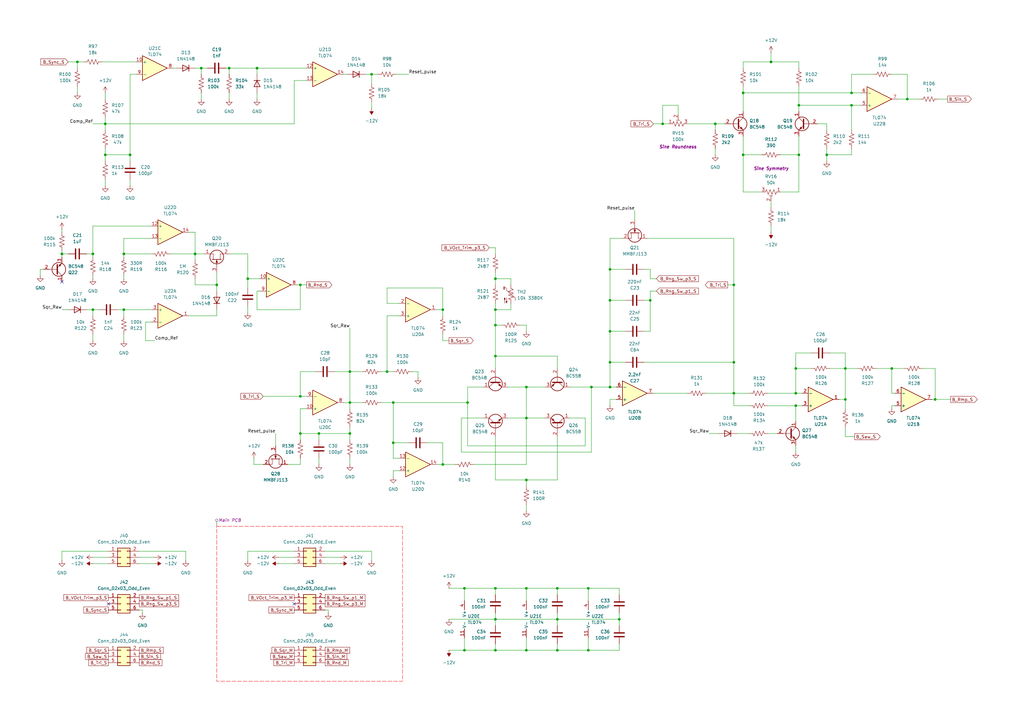
<source format=kicad_sch>
(kicad_sch (version 20250114) (generator "eeschema") (generator_version "9.0")
  (paper "A3")
  (title_block (company "DMH Instruments") (comment 1 "PCB for 10cm Kosmo format synthesizer module"))
  (junction (at 266.7 123.19))
  (junction (at 339.09 63.5))
  (junction (at 215.9 196.85))
  (junction (at 181.61 190.5))
  (junction (at 50.8 127))
  (junction (at 50.8 104.14))
  (junction (at 203.2 254))
  (junction (at 365.76 151.13))
  (junction (at 242.57 158.75))
  (junction (at 191.77 165.1))
  (junction (at 152.4 30.48))
  (junction (at 82.55 27.94))
  (junction (at 203.2 266.7))
  (junction (at 31.75 25.4))
  (junction (at 346.71 151.13))
  (junction (at 250.19 123.19))
  (junction (at 80.01 104.14))
  (junction (at 93.98 27.94))
  (junction (at 349.25 38.1))
  (junction (at 316.23 25.4))
  (junction (at 203.2 146.05))
  (junction (at 161.29 181.61))
  (junction (at 327.66 63.5))
  (junction (at 105.41 27.94))
  (junction (at 38.1 104.14))
  (junction (at 158.75 152.4))
  (junction (at 143.51 165.1))
  (junction (at 300.99 148.59))
  (junction (at 250.19 158.75))
  (junction (at 326.39 151.13))
  (junction (at 53.34 63.5))
  (junction (at 346.71 163.83))
  (junction (at 101.6 114.3))
  (junction (at 228.6 266.7))
  (junction (at 123.19 162.56))
  (junction (at 383.54 163.83))
  (junction (at 161.29 165.1))
  (junction (at 123.19 116.84))
  (junction (at 250.19 148.59))
  (junction (at 372.11 40.64))
  (junction (at 215.9 241.3))
  (junction (at 25.4 104.14))
  (junction (at 250.19 110.49))
  (junction (at 130.81 177.8))
  (junction (at 43.18 50.8))
  (junction (at 143.51 152.4))
  (junction (at 327.66 43.18))
  (junction (at 250.19 135.89))
  (junction (at 228.6 254))
  (junction (at 88.9 116.84))
  (junction (at 123.19 177.8))
  (junction (at 143.51 177.8))
  (junction (at 326.39 166.37))
  (junction (at 228.6 241.3))
  (junction (at 190.5 241.3))
  (junction (at 300.99 161.29))
  (junction (at 271.78 50.8))
  (junction (at 241.3 266.7))
  (junction (at 304.8 38.1))
  (junction (at 326.39 161.29))
  (junction (at 300.99 116.84))
  (junction (at 181.61 127))
  (junction (at 203.2 133.35))
  (junction (at 215.9 158.75))
  (junction (at 349.25 43.18))
  (junction (at 241.3 241.3))
  (junction (at 254 254))
  (junction (at 293.37 50.8))
  (junction (at 203.2 241.3))
  (junction (at 304.8 63.5))
  (junction (at 203.2 127))
  (junction (at 215.9 266.7))
  (junction (at 38.1 127))
  (junction (at 190.5 266.7))
  (junction (at 43.18 63.5))
  (junction (at 203.2 114.3))
  (junction (at 215.9 171.45))
  (no_connect (at 25.4 115.57))
  (no_connect (at 120.65 247.65))
  (no_connect (at 44.45 247.65))
  (wire (pts (xy 320.04 78.74) (xy 327.66 78.74)))
  (wire (pts (xy 130.81 177.8) (xy 130.81 180.34)))
  (wire (pts (xy 349.25 63.5) (xy 339.09 63.5)))
  (wire (pts (xy 181.61 118.11) (xy 181.61 127)))
  (wire (pts (xy 53.34 30.48) (xy 55.88 30.48)))
  (wire (pts (xy 200.66 101.6) (xy 203.2 101.6)))
  (wire (pts (xy 59.69 132.08) (xy 62.23 132.08)))
  (wire (pts (xy 228.6 254) (xy 228.6 256.54)))
  (wire (pts (xy 233.68 158.75) (xy 242.57 158.75)))
  (wire (pts (xy 77.47 95.25) (xy 80.01 95.25)))
  (wire (pts (xy 215.9 241.3) (xy 228.6 241.3)))
  (wire (pts (xy 346.71 144.78) (xy 346.71 151.13)))
  (wire (pts (xy 190.5 261.62) (xy 190.5 266.7)))
  (wire (pts (xy 43.18 38.1) (xy 43.18 40.64)))
  (wire (pts (xy 335.28 50.8) (xy 339.09 50.8)))
  (wire (pts (xy 123.19 127) (xy 123.19 116.84)))
  (wire (pts (xy 38.1 113.03) (xy 38.1 114.3)))
  (wire (pts (xy 250.19 123.19) (xy 250.19 135.89)))
  (wire (pts (xy 316.23 25.4) (xy 316.23 21.59)))
  (wire (pts (xy 163.83 193.04) (xy 161.29 193.04)))
  (wire (pts (xy 290.83 177.8) (xy 294.64 177.8)))
  (wire (pts (xy 130.81 177.8) (xy 143.51 177.8)))
  (wire (pts (xy 163.83 187.96) (xy 161.29 187.96)))
  (wire (pts (xy 365.76 151.13) (xy 365.76 161.29)))
  (wire (pts (xy 184.15 139.7) (xy 181.61 139.7)))
  (wire (pts (xy 161.29 181.61) (xy 167.64 181.61)))
  (wire (pts (xy 88.9 129.54) (xy 88.9 127)))
  (wire (pts (xy 123.19 167.64) (xy 125.73 167.64)))
  (wire (pts (xy 372.11 30.48) (xy 372.11 40.64)))
  (wire (pts (xy 123.19 177.8) (xy 130.81 177.8)))
  (wire (pts (xy 339.09 63.5) (xy 339.09 66.04)))
  (wire (pts (xy 359.41 151.13) (xy 365.76 151.13)))
  (wire (pts (xy 31.75 25.4) (xy 34.29 25.4)))
  (wire (pts (xy 105.41 30.48) (xy 105.41 27.94)))
  (wire (pts (xy 181.61 129.54) (xy 181.61 127)))
  (wire (pts (xy 152.4 226.06) (xy 152.4 229.87)))
  (wire (pts (xy 304.8 38.1) (xy 349.25 38.1)))
  (wire (pts (xy 304.8 63.5) (xy 312.42 63.5)))
  (wire (pts (xy 213.36 133.35) (xy 215.9 133.35)))
  (wire (pts (xy 205.74 133.35) (xy 203.2 133.35)))
  (wire (pts (xy 293.37 50.8) (xy 297.18 50.8)))
  (wire (pts (xy 191.77 165.1) (xy 191.77 182.88)))
  (wire (pts (xy 152.4 30.48) (xy 152.4 34.29)))
  (wire (pts (xy 266.7 135.89) (xy 266.7 123.19)))
  (wire (pts (xy 314.96 161.29) (xy 326.39 161.29)))
  (wire (pts (xy 43.18 60.96) (xy 43.18 63.5)))
  (wire (pts (xy 143.51 152.4) (xy 143.51 165.1)))
  (wire (pts (xy 228.6 196.85) (xy 228.6 179.07)))
  (wire (pts (xy 281.94 50.8) (xy 293.37 50.8)))
  (wire (pts (xy 264.16 110.49) (xy 266.7 110.49)))
  (wire (pts (xy 184.15 254) (xy 203.2 254)))
  (wire (pts (xy 143.51 175.26) (xy 143.51 177.8)))
  (wire (pts (xy 190.5 241.3) (xy 203.2 241.3)))
  (wire (pts (xy 114.3 228.6) (xy 120.65 228.6)))
  (wire (pts (xy 215.9 196.85) (xy 228.6 196.85)))
  (wire (pts (xy 43.18 48.26) (xy 43.18 50.8)))
  (wire (pts (xy 88.9 116.84) (xy 88.9 119.38)))
  (wire (pts (xy 367.03 166.37) (xy 365.76 166.37)))
  (wire (pts (xy 256.54 110.49) (xy 250.19 110.49)))
  (wire (pts (xy 365.76 166.37) (xy 365.76 167.64)))
  (wire (pts (xy 209.55 116.84) (xy 209.55 114.3)))
  (wire (pts (xy 241.3 246.38) (xy 241.3 241.3)))
  (wire (pts (xy 265.43 97.79) (xy 300.99 97.79)))
  (wire (pts (xy 38.1 137.16) (xy 38.1 139.7)))
  (wire (pts (xy 250.19 148.59) (xy 250.19 158.75)))
  (wire (pts (xy 143.51 177.8) (xy 143.51 180.34)))
  (wire (pts (xy 215.9 196.85) (xy 215.9 199.39)))
  (wire (pts (xy 121.92 116.84) (xy 123.19 116.84)))
  (wire (pts (xy 101.6 114.3) (xy 106.68 114.3)))
  (wire (pts (xy 215.9 190.5) (xy 215.9 171.45)))
  (wire (pts (xy 372.11 40.64) (xy 368.3 40.64)))
  (wire (pts (xy 266.7 114.3) (xy 266.7 110.49)))
  (wire (pts (xy 50.8 104.14) (xy 62.23 104.14)))
  (wire (pts (xy 240.03 171.45) (xy 233.68 171.45)))
  (wire (pts (xy 38.1 92.71) (xy 62.23 92.71)))
  (wire (pts (xy 35.56 104.14) (xy 38.1 104.14)))
  (wire (pts (xy 25.4 104.14) (xy 27.94 104.14)))
  (wire (pts (xy 50.8 127) (xy 50.8 129.54)))
  (wire (pts (xy 62.23 97.79) (xy 50.8 97.79)))
  (wire (pts (xy 256.54 148.59) (xy 250.19 148.59)))
  (wire (pts (xy 43.18 63.5) (xy 53.34 63.5)))
  (wire (pts (xy 203.2 264.16) (xy 203.2 266.7)))
  (wire (pts (xy 241.3 241.3) (xy 254 241.3)))
  (wire (pts (xy 203.2 114.3) (xy 209.55 114.3)))
  (wire (pts (xy 80.01 104.14) (xy 80.01 106.68)))
  (wire (pts (xy 158.75 129.54) (xy 158.75 152.4)))
  (wire (pts (xy 198.12 171.45) (xy 189.23 171.45)))
  (wire (pts (xy 339.09 50.8) (xy 339.09 53.34)))
  (wire (pts (xy 241.3 266.7) (xy 254 266.7)))
  (wire (pts (xy 123.19 177.8) (xy 123.19 180.34)))
  (wire (pts (xy 80.01 116.84) (xy 80.01 114.3)))
  (wire (pts (xy 158.75 124.46) (xy 158.75 118.11)))
  (wire (pts (xy 383.54 163.83) (xy 382.27 163.83)))
  (wire (pts (xy 113.03 177.8) (xy 113.03 182.88)))
  (wire (pts (xy 327.66 43.18) (xy 327.66 45.72)))
  (wire (pts (xy 143.51 134.62) (xy 143.51 152.4)))
  (wire (pts (xy 256.54 123.19) (xy 250.19 123.19)))
  (wire (pts (xy 228.6 251.46) (xy 228.6 254)))
  (wire (pts (xy 107.95 162.56) (xy 123.19 162.56)))
  (wire (pts (xy 203.2 146.05) (xy 203.2 151.13)))
  (wire (pts (xy 101.6 114.3) (xy 101.6 118.11)))
  (wire (pts (xy 242.57 185.42) (xy 242.57 158.75)))
  (wire (pts (xy 123.19 190.5) (xy 123.19 187.96)))
  (wire (pts (xy 326.39 166.37) (xy 326.39 172.72)))
  (wire (pts (xy 80.01 95.25) (xy 80.01 104.14)))
  (wire (pts (xy 241.3 261.62) (xy 241.3 266.7)))
  (wire (pts (xy 228.6 241.3) (xy 228.6 243.84)))
  (wire (pts (xy 129.54 152.4) (xy 123.19 152.4)))
  (wire (pts (xy 50.8 137.16) (xy 50.8 139.7)))
  (wire (pts (xy 304.8 35.56) (xy 304.8 38.1)))
  (wire (pts (xy 250.19 110.49) (xy 250.19 123.19)))
  (wire (pts (xy 38.1 104.14) (xy 38.1 105.41)))
  (wire (pts (xy 161.29 165.1) (xy 191.77 165.1)))
  (wire (pts (xy 304.8 27.94) (xy 304.8 25.4)))
  (wire (pts (xy 152.4 41.91) (xy 152.4 44.45)))
  (wire (pts (xy 203.2 114.3) (xy 203.2 116.84)))
  (wire (pts (xy 203.2 254) (xy 228.6 254)))
  (wire (pts (xy 101.6 104.14) (xy 101.6 114.3)))
  (wire (pts (xy 326.39 182.88) (xy 326.39 185.42)))
  (wire (pts (xy 123.19 167.64) (xy 123.19 177.8)))
  (wire (pts (xy 31.75 35.56) (xy 31.75 38.1)))
  (wire (pts (xy 125.73 33.02) (xy 120.65 33.02)))
  (wire (pts (xy 304.8 25.4) (xy 316.23 25.4)))
  (wire (pts (xy 181.61 190.5) (xy 181.61 181.61)))
  (wire (pts (xy 203.2 251.46) (xy 203.2 254)))
  (wire (pts (xy 300.99 148.59) (xy 300.99 161.29)))
  (wire (pts (xy 240.03 182.88) (xy 240.03 171.45)))
  (wire (pts (xy 43.18 50.8) (xy 120.65 50.8)))
  (wire (pts (xy 101.6 104.14) (xy 93.98 104.14)))
  (wire (pts (xy 59.69 139.7) (xy 63.5 139.7)))
  (wire (pts (xy 53.34 73.66) (xy 53.34 76.2)))
  (wire (pts (xy 191.77 182.88) (xy 240.03 182.88)))
  (wire (pts (xy 271.78 43.18) (xy 271.78 50.8)))
  (wire (pts (xy 162.56 30.48) (xy 167.64 30.48)))
  (wire (pts (xy 278.13 43.18) (xy 271.78 43.18)))
  (wire (pts (xy 266.7 114.3) (xy 269.24 114.3)))
  (wire (pts (xy 260.35 86.36) (xy 260.35 90.17)))
  (wire (pts (xy 179.07 190.5) (xy 181.61 190.5)))
  (wire (pts (xy 82.55 38.1) (xy 82.55 40.64)))
  (wire (pts (xy 215.9 246.38) (xy 215.9 241.3)))
  (wire (pts (xy 316.23 82.55) (xy 316.23 85.09)))
  (wire (pts (xy 304.8 55.88) (xy 304.8 63.5)))
  (wire (pts (xy 215.9 158.75) (xy 223.52 158.75)))
  (wire (pts (xy 76.2 226.06) (xy 57.15 226.06)))
  (wire (pts (xy 215.9 241.3) (xy 203.2 241.3)))
  (wire (pts (xy 340.36 151.13) (xy 346.71 151.13)))
  (wire (pts (xy 189.23 171.45) (xy 189.23 185.42)))
  (wire (pts (xy 203.2 133.35) (xy 203.2 146.05)))
  (wire (pts (xy 93.98 27.94) (xy 93.98 30.48)))
  (wire (pts (xy 203.2 127) (xy 209.55 127)))
  (wire (pts (xy 43.18 73.66) (xy 43.18 76.2)))
  (wire (pts (xy 215.9 266.7) (xy 203.2 266.7)))
  (wire (pts (xy 101.6 125.73) (xy 101.6 128.27)))
  (wire (pts (xy 76.2 229.87) (xy 76.2 226.06)))
  (wire (pts (xy 143.51 187.96) (xy 143.51 190.5)))
  (wire (pts (xy 50.8 97.79) (xy 50.8 104.14)))
  (wire (pts (xy 93.98 27.94) (xy 105.41 27.94)))
  (wire (pts (xy 105.41 127) (xy 123.19 127)))
  (wire (pts (xy 123.19 152.4) (xy 123.19 162.56)))
  (wire (pts (xy 140.97 30.48) (xy 142.24 30.48)))
  (wire (pts (xy 50.8 113.03) (xy 50.8 114.3)))
  (wire (pts (xy 190.5 266.7) (xy 203.2 266.7)))
  (wire (pts (xy 254 251.46) (xy 254 254)))
  (wire (pts (xy 156.21 165.1) (xy 161.29 165.1)))
  (wire (pts (xy 346.71 163.83) (xy 344.17 163.83)))
  (wire (pts (xy 358.14 30.48) (xy 349.25 30.48)))
  (wire (pts (xy 184.15 241.3) (xy 190.5 241.3)))
  (wire (pts (xy 228.6 146.05) (xy 228.6 151.13)))
  (wire (pts (xy 326.39 144.78) (xy 326.39 151.13)))
  (wire (pts (xy 118.11 190.5) (xy 123.19 190.5)))
  (wire (pts (xy 92.71 27.94) (xy 93.98 27.94)))
  (wire (pts (xy 326.39 166.37) (xy 328.93 166.37)))
  (wire (pts (xy 255.27 97.79) (xy 250.19 97.79)))
  (wire (pts (xy 158.75 118.11) (xy 181.61 118.11)))
  (wire (pts (xy 41.91 25.4) (xy 55.88 25.4)))
  (wire (pts (xy 134.62 251.46) (xy 134.62 250.19)))
  (wire (pts (xy 372.11 40.64) (xy 377.19 40.64)))
  (wire (pts (xy 143.51 152.4) (xy 137.16 152.4)))
  (wire (pts (xy 105.41 38.1) (xy 105.41 40.64)))
  (wire (pts (xy 27.94 25.4) (xy 31.75 25.4)))
  (wire (pts (xy 370.84 151.13) (xy 365.76 151.13)))
  (wire (pts (xy 314.96 177.8) (xy 318.77 177.8)))
  (wire (pts (xy 346.71 179.07) (xy 346.71 175.26)))
  (wire (pts (xy 161.29 165.1) (xy 161.29 181.61)))
  (wire (pts (xy 203.2 196.85) (xy 215.9 196.85)))
  (wire (pts (xy 365.76 30.48) (xy 372.11 30.48)))
  (wire (pts (xy 250.19 135.89) (xy 256.54 135.89)))
  (wire (pts (xy 228.6 264.16) (xy 228.6 266.7)))
  (wire (pts (xy 105.41 119.38) (xy 105.41 127)))
  (wire (pts (xy 161.29 193.04) (xy 161.29 195.58)))
  (wire (pts (xy 327.66 43.18) (xy 349.25 43.18)))
  (wire (pts (xy 191.77 158.75) (xy 191.77 165.1)))
  (wire (pts (xy 293.37 60.96) (xy 293.37 63.5)))
  (wire (pts (xy 250.19 97.79) (xy 250.19 110.49)))
  (wire (pts (xy 349.25 38.1) (xy 353.06 38.1)))
  (wire (pts (xy 82.55 27.94) (xy 82.55 30.48)))
  (wire (pts (xy 203.2 179.07) (xy 203.2 196.85)))
  (wire (pts (xy 316.23 92.71) (xy 316.23 95.25)))
  (wire (pts (xy 215.9 261.62) (xy 215.9 266.7)))
  (wire (pts (xy 340.36 144.78) (xy 346.71 144.78)))
  (wire (pts (xy 133.35 228.6) (xy 139.7 228.6)))
  (wire (pts (xy 149.86 30.48) (xy 152.4 30.48)))
  (wire (pts (xy 101.6 229.87) (xy 101.6 226.06)))
  (wire (pts (xy 158.75 129.54) (xy 163.83 129.54)))
  (wire (pts (xy 349.25 43.18) (xy 349.25 53.34)))
  (wire (pts (xy 203.2 146.05) (xy 228.6 146.05)))
  (wire (pts (xy 38.1 231.14) (xy 44.45 231.14)))
  (wire (pts (xy 266.7 119.38) (xy 266.7 123.19)))
  (wire (pts (xy 143.51 165.1) (xy 148.59 165.1)))
  (wire (pts (xy 179.07 127) (xy 181.61 127)))
  (wire (pts (xy 57.15 231.14) (xy 63.5 231.14)))
  (wire (pts (xy 215.9 207.01) (xy 215.9 209.55)))
  (wire (pts (xy 25.4 102.87) (xy 25.4 104.14)))
  (wire (pts (xy 82.55 27.94) (xy 85.09 27.94)))
  (wire (pts (xy 349.25 30.48) (xy 349.25 38.1)))
  (wire (pts (xy 184.15 266.7) (xy 190.5 266.7)))
  (wire (pts (xy 25.4 226.06) (xy 44.45 226.06)))
  (wire (pts (xy 25.4 93.98) (xy 25.4 95.25)))
  (wire (pts (xy 88.9 111.76) (xy 88.9 116.84)))
  (wire (pts (xy 43.18 50.8) (xy 43.18 53.34)))
  (wire (pts (xy 181.61 181.61) (xy 175.26 181.61)))
  (wire (pts (xy 383.54 151.13) (xy 383.54 163.83)))
  (wire (pts (xy 250.19 158.75) (xy 252.73 158.75)))
  (wire (pts (xy 38.1 127) (xy 40.64 127)))
  (wire (pts (xy 278.13 46.99) (xy 278.13 43.18)))
  (wire (pts (xy 156.21 152.4) (xy 158.75 152.4)))
  (wire (pts (xy 106.68 119.38) (xy 105.41 119.38)))
  (wire (pts (xy 161.29 187.96) (xy 161.29 181.61)))
  (wire (pts (xy 123.19 116.84) (xy 125.73 116.84)))
  (wire (pts (xy 327.66 35.56) (xy 327.66 43.18)))
  (wire (pts (xy 77.47 129.54) (xy 88.9 129.54)))
  (wire (pts (xy 339.09 60.96) (xy 339.09 63.5)))
  (wire (pts (xy 346.71 151.13) (xy 351.79 151.13)))
  (wire (pts (xy 254 264.16) (xy 254 266.7)))
  (wire (pts (xy 252.73 163.83) (xy 250.19 163.83)))
  (wire (pts (xy 293.37 50.8) (xy 293.37 53.34)))
  (wire (pts (xy 208.28 171.45) (xy 215.9 171.45)))
  (wire (pts (xy 267.97 50.8) (xy 271.78 50.8)))
  (wire (pts (xy 80.01 27.94) (xy 82.55 27.94)))
  (wire (pts (xy 203.2 127) (xy 203.2 133.35)))
  (wire (pts (xy 326.39 151.13) (xy 326.39 161.29)))
  (wire (pts (xy 16.51 110.49) (xy 16.51 113.03)))
  (wire (pts (xy 203.2 241.3) (xy 203.2 243.84)))
  (wire (pts (xy 264.16 135.89) (xy 266.7 135.89)))
  (wire (pts (xy 53.34 63.5) (xy 53.34 66.04)))
  (wire (pts (xy 38.1 228.6) (xy 44.45 228.6)))
  (wire (pts (xy 215.9 133.35) (xy 215.9 135.89)))
  (wire (pts (xy 50.8 104.14) (xy 50.8 105.41)))
  (wire (pts (xy 264.16 123.19) (xy 266.7 123.19)))
  (wire (pts (xy 50.8 127) (xy 62.23 127)))
  (wire (pts (xy 25.4 104.14) (xy 25.4 105.41)))
  (wire (pts (xy 38.1 92.71) (xy 38.1 104.14)))
  (wire (pts (xy 346.71 167.64) (xy 346.71 163.83)))
  (wire (pts (xy 203.2 101.6) (xy 203.2 104.14)))
  (wire (pts (xy 203.2 124.46) (xy 203.2 127)))
  (wire (pts (xy 327.66 63.5) (xy 327.66 78.74)))
  (wire (pts (xy 181.61 190.5) (xy 186.69 190.5)))
  (wire (pts (xy 289.56 161.29) (xy 300.99 161.29)))
  (wire (pts (xy 57.15 228.6) (xy 63.5 228.6)))
  (wire (pts (xy 215.9 266.7) (xy 228.6 266.7)))
  (wire (pts (xy 143.51 165.1) (xy 143.51 167.64)))
  (wire (pts (xy 69.85 104.14) (xy 80.01 104.14)))
  (wire (pts (xy 120.65 33.02) (xy 120.65 50.8)))
  (wire (pts (xy 16.51 110.49) (xy 17.78 110.49)))
  (wire (pts (xy 104.14 190.5) (xy 104.14 187.96)))
  (wire (pts (xy 48.26 127) (xy 50.8 127)))
  (wire (pts (xy 25.4 229.87) (xy 25.4 226.06)))
  (wire (pts (xy 302.26 177.8) (xy 307.34 177.8)))
  (wire (pts (xy 163.83 124.46) (xy 158.75 124.46)))
  (wire (pts (xy 332.74 151.13) (xy 326.39 151.13)))
  (wire (pts (xy 57.15 250.19) (xy 58.42 250.19)))
  (wire (pts (xy 133.35 231.14) (xy 139.7 231.14)))
  (wire (pts (xy 43.18 63.5) (xy 43.18 66.04)))
  (wire (pts (xy 264.16 148.59) (xy 300.99 148.59)))
  (wire (pts (xy 327.66 63.5) (xy 327.66 55.88)))
  (wire (pts (xy 190.5 241.3) (xy 190.5 246.38)))
  (wire (pts (xy 198.12 158.75) (xy 191.77 158.75)))
  (wire (pts (xy 59.69 132.08) (xy 59.69 139.7)))
  (wire (pts (xy 312.42 78.74) (xy 304.8 78.74)))
  (wire (pts (xy 25.4 127) (xy 27.94 127)))
  (wire (pts (xy 148.59 152.4) (xy 143.51 152.4)))
  (wire (pts (xy 266.7 119.38) (xy 269.24 119.38)))
  (wire (pts (xy 71.12 27.94) (xy 72.39 27.94)))
  (wire (pts (xy 189.23 185.42) (xy 242.57 185.42)))
  (wire (pts (xy 228.6 266.7) (xy 241.3 266.7)))
  (wire (pts (xy 300.99 97.79) (xy 300.99 116.84)))
  (wire (pts (xy 228.6 241.3) (xy 241.3 241.3)))
  (wire (pts (xy 38.1 50.8) (xy 43.18 50.8)))
  (wire (pts (xy 209.55 124.46) (xy 209.55 127)))
  (wire (pts (xy 134.62 250.19) (xy 133.35 250.19)))
  (wire (pts (xy 168.91 152.4) (xy 171.45 152.4)))
  (wire (pts (xy 38.1 127) (xy 38.1 129.54)))
  (wire (pts (xy 203.2 111.76) (xy 203.2 114.3)))
  (wire (pts (xy 228.6 254) (xy 254 254)))
  (wire (pts (xy 80.01 116.84) (xy 88.9 116.84)))
  (wire (pts (xy 215.9 171.45) (xy 223.52 171.45)))
  (wire (pts (xy 304.8 38.1) (xy 304.8 45.72)))
  (wire (pts (xy 107.95 190.5) (xy 104.14 190.5)))
  (wire (pts (xy 254 241.3) (xy 254 243.84)))
  (wire (pts (xy 93.98 38.1) (xy 93.98 40.64)))
  (wire (pts (xy 31.75 25.4) (xy 31.75 27.94)))
  (wire (pts (xy 271.78 50.8) (xy 274.32 50.8)))
  (wire (pts (xy 383.54 163.83) (xy 389.89 163.83)))
  (wire (pts (xy 194.31 190.5) (xy 215.9 190.5)))
  (wire (pts (xy 327.66 27.94) (xy 327.66 25.4)))
  (wire (pts (xy 365.76 161.29) (xy 367.03 161.29)))
  (wire (pts (xy 349.25 60.96) (xy 349.25 63.5)))
  (wire (pts (xy 300.99 166.37) (xy 300.99 161.29)))
  (wire (pts (xy 298.45 116.84) (xy 300.99 116.84)))
  (wire (pts (xy 114.3 231.14) (xy 120.65 231.14)))
  (wire (pts (xy 378.46 151.13) (xy 383.54 151.13)))
  (wire (pts (xy 203.2 254) (xy 203.2 256.54)))
  (wire (pts (xy 133.35 226.06) (xy 152.4 226.06)))
  (wire (pts (xy 300.99 161.29) (xy 307.34 161.29)))
  (wire (pts (xy 300.99 116.84) (xy 300.99 148.59)))
  (wire (pts (xy 35.56 127) (xy 38.1 127)))
  (wire (pts (xy 250.19 163.83) (xy 250.19 166.37)))
  (wire (pts (xy 158.75 152.4) (xy 161.29 152.4)))
  (wire (pts (xy 140.97 165.1) (xy 143.51 165.1)))
  (wire (pts (xy 327.66 25.4) (xy 316.23 25.4)))
  (wire (pts (xy 349.25 43.18) (xy 353.06 43.18)))
  (wire (pts (xy 58.42 250.19) (xy 58.42 251.46)))
  (wire (pts (xy 215.9 158.75) (xy 215.9 171.45)))
  (wire (pts (xy 346.71 179.07) (xy 350.52 179.07)))
  (wire (pts (xy 307.34 166.37) (xy 300.99 166.37)))
  (wire (pts (xy 80.01 104.14) (xy 83.82 104.14)))
  (wire (pts (xy 346.71 151.13) (xy 346.71 163.83)))
  (wire (pts (xy 181.61 139.7) (xy 181.61 137.16)))
  (wire (pts (xy 130.81 187.96) (xy 130.81 190.5)))
  (wire (pts (xy 105.41 27.94) (xy 125.73 27.94)))
  (wire (pts (xy 101.6 226.06) (xy 120.65 226.06)))
  (wire (pts (xy 320.04 63.5) (xy 327.66 63.5)))
  (wire (pts (xy 250.19 135.89) (xy 250.19 148.59)))
  (wire (pts (xy 208.28 158.75) (xy 215.9 158.75)))
  (wire (pts (xy 314.96 166.37) (xy 326.39 166.37)))
  (wire (pts (xy 304.8 78.74) (xy 304.8 63.5)))
  (wire (pts (xy 123.19 162.56) (xy 125.73 162.56)))
  (wire (pts (xy 53.34 30.48) (xy 53.34 63.5)))
  (wire (pts (xy 326.39 161.29) (xy 328.93 161.29)))
  (wire (pts (xy 254 254) (xy 254 256.54)))
  (wire (pts (xy 152.4 30.48) (xy 154.94 30.48)))
  (wire (pts (xy 384.81 40.64) (xy 388.62 40.64)))
  (wire (pts (xy 267.97 161.29) (xy 281.94 161.29)))
  (wire (pts (xy 242.57 158.75) (xy 250.19 158.75)))
  (wire (pts (xy 332.74 144.78) (xy 326.39 144.78)))
  (wire (pts (xy 171.45 152.4) (xy 171.45 154.94)))
  (label "Reset_pulse" (at 260.35 86.36 180))
  (label "Sqr_Raw" (at 143.51 134.62 180))
  (label "Sqr_Raw" (at 25.4 127 180))
  (label "Reset_pulse" (at 113.03 177.8 180))
  (label "Reset_pulse" (at 167.64 30.48 0))
  (label "Comp_Ref" (at 38.1 50.8 180))
  (label "Sqr_Raw" (at 290.83 177.8 180))
  (label "Comp_Ref" (at 63.5 139.7 0))
  (global_label "B_Rmp_S" (shape passive) (at 57.15 266.7 0) (property "Intersheetrefs" "${INTERSHEET_REFS}" (effects (hide yes))))
  (global_label "B_Saw_S" (shape passive) (at 44.45 269.24 180) (property "Intersheetrefs" "${INTERSHEET_REFS}" (effects (hide yes))))
  (global_label "B_Tri_S" (shape input) (at 267.97 50.8 180) (property "Intersheetrefs" "${INTERSHEET_REFS}" (effects (hide yes))))
  (global_label "B_Rng_Sw_p3_S" (shape passive) (at 57.15 247.65 0) (property "Intersheetrefs" "${INTERSHEET_REFS}" (effects (hide yes))))
  (global_label "B_Rng_Sw_p3_S" (shape input) (at 269.24 114.3 0) (property "Intersheetrefs" "${INTERSHEET_REFS}" (effects (hide yes))))
  (global_label "B_Tri_S" (shape input) (at 107.95 162.56 180) (property "Intersheetrefs" "${INTERSHEET_REFS}" (effects (hide yes))))
  (global_label "B_Rmp_M" (shape passive) (at 133.35 266.7 0) (property "Intersheetrefs" "${INTERSHEET_REFS}" (effects (hide yes))))
  (global_label "B_Rnd_M" (shape passive) (at 133.35 271.78 0) (property "Intersheetrefs" "${INTERSHEET_REFS}" (effects (hide yes))))
  (global_label "B_Saw_S" (shape output) (at 350.52 179.07 0) (property "Intersheetrefs" "${INTERSHEET_REFS}" (effects (hide yes))))
  (global_label "B_Sqr_S" (shape passive) (at 44.45 266.7 180) (property "Intersheetrefs" "${INTERSHEET_REFS}" (effects (hide yes))))
  (global_label "B_Rng_Sw_p1_S" (shape passive) (at 57.15 245.11 0) (property "Intersheetrefs" "${INTERSHEET_REFS}" (effects (hide yes))))
  (global_label "B_Tri_S" (shape passive) (at 44.45 271.78 180) (property "Intersheetrefs" "${INTERSHEET_REFS}" (effects (hide yes))))
  (global_label "B_Rnd_S" (shape output) (at 125.73 116.84 0) (property "Intersheetrefs" "${INTERSHEET_REFS}" (effects (hide yes))))
  (global_label "B_Sync_S" (shape passive) (at 44.45 250.19 180) (property "Intersheetrefs" "${INTERSHEET_REFS}" (effects (hide yes))))
  (global_label "B_Sin_S" (shape output) (at 388.62 40.64 0) (property "Intersheetrefs" "${INTERSHEET_REFS}" (effects (hide yes))))
  (global_label "B_Tri_M" (shape passive) (at 120.65 271.78 180) (property "Intersheetrefs" "${INTERSHEET_REFS}" (effects (hide yes))))
  (global_label "B_Sync_S" (shape input) (at 27.94 25.4 180) (property "Intersheetrefs" "${INTERSHEET_REFS}" (effects (hide yes))))
  (global_label "B_Tri_S" (shape output) (at 298.45 116.84 180) (property "Intersheetrefs" "${INTERSHEET_REFS}" (effects (hide yes))))
  (global_label "B_VOct_Trim_p3_M" (shape passive) (at 120.65 245.11 180) (property "Intersheetrefs" "${INTERSHEET_REFS}" (effects (hide yes))))
  (global_label "B_Sin_M" (shape passive) (at 133.35 269.24 0) (property "Intersheetrefs" "${INTERSHEET_REFS}" (effects (hide yes))))
  (global_label "B_VOct_Trim_p3_S" (shape passive) (at 44.45 245.11 180) (property "Intersheetrefs" "${INTERSHEET_REFS}" (effects (hide yes))))
  (global_label "B_VOct_Trim_p3_S" (shape input) (at 200.66 101.6 180) (property "Intersheetrefs" "${INTERSHEET_REFS}" (effects (hide yes))))
  (global_label "B_Saw_M" (shape passive) (at 120.65 269.24 180) (property "Intersheetrefs" "${INTERSHEET_REFS}" (effects (hide yes))))
  (global_label "B_Sin_S" (shape passive) (at 57.15 269.24 0) (property "Intersheetrefs" "${INTERSHEET_REFS}" (effects (hide yes))))
  (global_label "B_Rng_Sw_p3_M" (shape passive) (at 133.35 247.65 0) (property "Intersheetrefs" "${INTERSHEET_REFS}" (effects (hide yes))))
  (global_label "B_Rnd_S" (shape passive) (at 57.15 271.78 0) (property "Intersheetrefs" "${INTERSHEET_REFS}" (effects (hide yes))))
  (global_label "B_Rng_Sw_p1_M" (shape passive) (at 133.35 245.11 0) (property "Intersheetrefs" "${INTERSHEET_REFS}" (effects (hide yes))))
  (global_label "B_Rmp_S" (shape output) (at 389.89 163.83 0) (property "Intersheetrefs" "${INTERSHEET_REFS}" (effects (hide yes))))
  (global_label "B_Sqr_S" (shape output) (at 184.15 139.7 0) (property "Intersheetrefs" "${INTERSHEET_REFS}" (effects (hide yes))))
  (global_label "B_Rng_Sw_p1_S" (shape input) (at 269.24 119.38 0) (property "Intersheetrefs" "${INTERSHEET_REFS}" (effects (hide yes))))
  (global_label "B_Sqr_M" (shape passive) (at 120.65 266.7 180) (property "Intersheetrefs" "${INTERSHEET_REFS}" (effects (hide yes))))
  (global_label "B_Sync_M" (shape passive) (at 120.65 250.19 180) (property "Intersheetrefs" "${INTERSHEET_REFS}" (effects (hide yes))))
  (rule_area (polyline (pts (xy 88.9 215.9) (xy 165.1 215.9) (xy 165.1 279.4) (xy 88.9 279.4)) (stroke (width 0) (type dash))))
  (netclass_flag "" (length 2.54) (shape round) (at 88.9 215.9 0) (property "Component Class" "Main PCB" (at 89.5985 213.36 0) (effects (font (italic yes)) (justify left))))
  (symbol (lib_id "Connector_Generic:Conn_02x03_Odd_Even") (at 49.53 228.6 0) (unit 1)
    (property "Reference" "J40" (at 50.8 219.71 0))
    (property "Value" "Conn_02x03_Odd_Even" (at 50.8 222.25 0))
    (property "Footprint" "Connector_PinHeader_2.54mm:PinHeader_2x03_P2.54mm_Horizontal" (effects (hide yes)))
    (property "Description" "Generic connector, double row, 02x03, odd/even pin numbering scheme (row 1 odd numbers, row 2 even numbers), script generated (kicad-library-utils/schlib/autogen/connector/)" (effects (hide yes)))
  )
  (symbol (lib_id "Amplifier_Operational:TL074") (at 243.84 254 0) (unit 5)
    (property "Reference" "U22" (at 242.57 252.7299 0) (effects (justify left)))
    (property "Value" "TL074" (at 242.57 255.2699 0) (effects (justify left)))
    (property "Footprint" "Package_DIP:DIP-14_W7.62mm_Socket" (effects (hide yes)))
    (property "Datasheet" "http://www.ti.com/lit/ds/symlink/tl071.pdf" (effects (hide yes)))
    (property "Description" "Quad Low-Noise JFET-Input Operational Amplifiers, DIP-14/SOIC-14" (effects (hide yes)))
  )
  (symbol (lib_id "power:+12V") (at 38.1 228.6 90) (unit 1)
    (property "Reference" "#PWR0132" (effects (hide yes)))
    (property "Value" "+12V" (at 34.29 228.5999 90) (effects (justify left)))
    (property "Description" "Power symbol creates a global label with name \"+12V\"" (effects (hide yes)))
  )
  (symbol (lib_id "Amplifier_Operational:TL074") (at 336.55 163.83 0) (mirror x) (unit 1)
    (property "Reference" "U21" (at 336.55 173.99 0))
    (property "Value" "TL074" (at 336.55 171.45 0))
    (property "Footprint" "Package_DIP:DIP-14_W7.62mm_Socket" (effects (hide yes)))
    (property "Datasheet" "http://www.ti.com/lit/ds/symlink/tl071.pdf" (effects (hide yes)))
    (property "Description" "Quad Low-Noise JFET-Input Operational Amplifiers, DIP-14/SOIC-14" (effects (hide yes)))
  )
  (symbol (lib_id "power:GND") (at 339.09 66.04 0) (unit 1)
    (property "Reference" "#PWR0111" (effects (hide yes)))
    (property "Value" "GND" (at 339.09 71.12 0))
    (property "Description" "Power symbol creates a global label with name \"GND\" , ground" (effects (hide yes)))
  )
  (symbol (lib_id "power:GND") (at 101.6 128.27 0) (unit 1)
    (property "Reference" "#PWR0119" (effects (hide yes)))
    (property "Value" "GND" (at 101.6 133.35 0))
    (property "Description" "Power symbol creates a global label with name \"GND\" , ground" (effects (hide yes)))
  )
  (symbol (lib_id "Device:R_US") (at 82.55 34.29 0) (unit 1)
    (property "Reference" "R103" (at 85.09 33.0199 0) (effects (justify left)))
    (property "Value" "100k" (at 85.09 35.5599 0) (effects (justify left)))
    (property "Footprint" "Resistor_THT:R_Axial_DIN0207_L6.3mm_D2.5mm_P7.62mm_Horizontal" (effects (hide yes)))
    (property "Description" "Resistor, US symbol" (effects (hide yes)))
  )
  (symbol (lib_id "Device:D") (at 88.9 123.19 270) (mirror x) (unit 1)
    (property "Reference" "D16" (at 86.36 121.9199 90) (effects (justify right)))
    (property "Value" "1N4148" (at 86.36 124.4599 90) (effects (justify right)))
    (property "Footprint" "Diode_THT:D_DO-35_SOD27_P7.62mm_Horizontal" (effects (hide yes)))
    (property "Description" "Diode" (effects (hide yes)))
    (property "Sim.Device" "D" (effects (hide yes)))
    (property "Sim.Pins" "1=K 2=A" (effects (hide yes)))
  )
  (symbol (lib_id "power:-12V") (at 38.1 231.14 90) (unit 1)
    (property "Reference" "#PWR0140" (effects (hide yes)))
    (property "Value" "-12V" (at 34.29 231.1399 90) (effects (justify left)))
    (property "Description" "Power symbol creates a global label with name \"-12V\"" (effects (hide yes)))
  )
  (symbol (lib_id "power:GND") (at 50.8 114.3 0) (unit 1)
    (property "Reference" "#PWR0118" (effects (hide yes)))
    (property "Value" "GND" (at 50.8 119.38 0))
    (property "Description" "Power symbol creates a global label with name \"GND\" , ground" (effects (hide yes)))
  )
  (symbol (lib_id "Device:R_US") (at 143.51 171.45 0) (unit 1)
    (property "Reference" "R135" (at 146.05 170.1799 0) (effects (justify left)))
    (property "Value" "82k" (at 146.05 172.7199 0) (effects (justify left)))
    (property "Footprint" "Resistor_THT:R_Axial_DIN0207_L6.3mm_D2.5mm_P7.62mm_Horizontal" (effects (hide yes)))
    (property "Description" "Resistor, US symbol" (effects (hide yes)))
  )
  (symbol (lib_id "power:GND") (at 326.39 185.42 0) (unit 1)
    (property "Reference" "#PWR0126" (effects (hide yes)))
    (property "Value" "GND" (at 326.39 190.5 0))
    (property "Description" "Power symbol creates a global label with name \"GND\" , ground" (effects (hide yes)))
  )
  (symbol (lib_id "Amplifier_Operational:TL074") (at 133.35 165.1 0) (mirror x) (unit 3)
    (property "Reference" "U20" (at 133.35 175.26 0))
    (property "Value" "TL074" (at 133.35 172.72 0))
    (property "Footprint" "Package_DIP:DIP-14_W7.62mm_Socket" (effects (hide yes)))
    (property "Datasheet" "http://www.ti.com/lit/ds/symlink/tl071.pdf" (effects (hide yes)))
    (property "Description" "Quad Low-Noise JFET-Input Operational Amplifiers, DIP-14/SOIC-14" (effects (hide yes)))
  )
  (symbol (lib_id "power:GND") (at 58.42 251.46 0) (unit 1)
    (property "Reference" "#PWR0146" (effects (hide yes)))
    (property "Value" "GND" (at 58.42 256.54 0))
    (property "Description" "Power symbol creates a global label with name \"GND\" , ground" (effects (hide yes)))
  )
  (symbol (lib_id "Device:R_US") (at 66.04 104.14 270) (mirror x) (unit 1)
    (property "Reference" "R116" (at 66.04 110.49 90))
    (property "Value" "100k" (at 66.04 107.95 90))
    (property "Footprint" "Resistor_THT:R_Axial_DIN0207_L6.3mm_D2.5mm_P7.62mm_Horizontal" (effects (hide yes)))
    (property "Description" "Resistor, US symbol" (effects (hide yes)))
  )
  (symbol (lib_id "Device:C") (at 260.35 110.49 90) (mirror x) (unit 1)
    (property "Reference" "C23" (at 260.35 118.11 90))
    (property "Value" "220nF" (at 260.35 115.57 90))
    (property "Footprint" "Capacitor_THT:C_Disc_D4.3mm_W1.9mm_P5.00mm" (effects (hide yes)))
    (property "Description" "Unpolarized capacitor" (effects (hide yes)))
  )
  (symbol (lib_id "power:GND") (at 161.29 195.58 0) (unit 1)
    (property "Reference" "#PWR0130" (effects (hide yes)))
    (property "Value" "GND" (at 161.29 200.66 0))
    (property "Description" "Power symbol creates a global label with name \"GND\" , ground" (effects (hide yes)))
  )
  (symbol (lib_id "Device:R_US") (at 374.65 151.13 90) (mirror x) (unit 1)
    (property "Reference" "R128" (at 374.904 157.226 90))
    (property "Value" "100k" (at 374.904 154.686 90))
    (property "Footprint" "Resistor_THT:R_Axial_DIN0207_L6.3mm_D2.5mm_P7.62mm_Horizontal" (effects (hide yes)))
    (property "Description" "Resistor, US symbol" (effects (hide yes)))
  )
  (symbol (lib_id "Device:R_US") (at 38.1 25.4 90) (unit 1)
    (property "Reference" "R97" (at 38.1 19.05 90))
    (property "Value" "18k" (at 38.1 21.59 90))
    (property "Footprint" "Resistor_THT:R_Axial_DIN0207_L6.3mm_D2.5mm_P7.62mm_Horizontal" (effects (hide yes)))
    (property "Description" "Resistor, US symbol" (effects (hide yes)))
  )
  (symbol (lib_id "Device:R_US") (at 311.15 177.8 90) (mirror x) (unit 1)
    (property "Reference" "R137" (at 311.15 184.15 90))
    (property "Value" "47k" (at 311.15 181.61 90))
    (property "Footprint" "Resistor_THT:R_Axial_DIN0207_L6.3mm_D2.5mm_P7.62mm_Horizontal" (effects (hide yes)))
    (property "Description" "Resistor, US symbol" (effects (hide yes)))
  )
  (symbol (lib_id "power:GND") (at 16.51 113.03 0) (unit 1)
    (property "Reference" "#PWR0116" (effects (hide yes)))
    (property "Value" "GND" (at 16.51 118.11 0))
    (property "Description" "Power symbol creates a global label with name \"GND\" , ground" (effects (hide yes)))
  )
  (symbol (lib_id "Device:R_US") (at 203.2 120.65 0) (mirror y) (unit 1)
    (property "Reference" "R121" (at 200.66 119.3799 0) (effects (justify left)))
    (property "Value" "2k87" (at 200.66 121.9199 0) (effects (justify left)))
    (property "Footprint" "Resistor_THT:R_Axial_DIN0207_L6.3mm_D2.5mm_P7.62mm_Horizontal" (effects (hide yes)))
    (property "Description" "Resistor, US symbol" (effects (hide yes)))
  )
  (symbol (lib_id "Connector_Generic:Conn_02x03_Odd_Even") (at 125.73 269.24 0) (unit 1)
    (property "Reference" "J45" (at 127 260.35 0))
    (property "Value" "Conn_02x03_Odd_Even" (at 127 262.89 0))
    (property "Footprint" "Connector_PinSocket_2.54mm:PinSocket_2x03_P2.54mm_Vertical" (effects (hide yes)))
    (property "Description" "Generic connector, double row, 02x03, odd/even pin numbering scheme (row 1 odd numbers, row 2 even numbers), script generated (kicad-library-utils/schlib/autogen/connector/)" (effects (hide yes)))
  )
  (symbol (lib_id "power:GND") (at 184.15 254 0) (unit 1)
    (property "Reference" "#PWR0149" (effects (hide yes)))
    (property "Value" "GND" (at 184.15 259.08 0))
    (property "Description" "Power symbol creates a global label with name \"GND\" , ground" (effects (hide yes)))
  )
  (symbol (lib_id "Device:R_US") (at 381 40.64 90) (unit 1)
    (property "Reference" "R106" (at 381 34.29 90))
    (property "Value" "1k" (at 381 36.83 90))
    (property "Footprint" "Resistor_THT:R_Axial_DIN0207_L6.3mm_D2.5mm_P7.62mm_Horizontal" (effects (hide yes)))
    (property "Description" "Resistor, US symbol" (effects (hide yes)))
  )
  (symbol (lib_id "Device:C") (at 260.35 135.89 90) (mirror x) (unit 1)
    (property "Reference" "C64" (at 260.35 143.51 90))
    (property "Value" "22nF" (at 260.35 140.97 90))
    (property "Footprint" "Capacitor_THT:C_Disc_D4.3mm_W1.9mm_P5.00mm" (effects (hide yes)))
    (property "Description" "Unpolarized capacitor" (effects (hide yes)))
  )
  (symbol (lib_id "Amplifier_Operational:TL074") (at 69.85 95.25 0) (unit 4)
    (property "Reference" "U22" (at 69.85 85.09 0))
    (property "Value" "TL074" (at 69.85 87.63 0))
    (property "Footprint" "Package_DIP:DIP-14_W7.62mm_Socket" (effects (hide yes)))
    (property "Datasheet" "http://www.ti.com/lit/ds/symlink/tl071.pdf" (effects (hide yes)))
    (property "Description" "Quad Low-Noise JFET-Input Operational Amplifiers, DIP-14/SOIC-14" (effects (hide yes)))
  )
  (symbol (lib_id "Transistor_BJT:BC548") (at 203.2 173.99 90) (unit 1)
    (property "Reference" "Q25" (at 196.85 174.498 90))
    (property "Value" "BC548" (at 196.85 177.038 90))
    (property "Footprint" "Package_TO_SOT_THT:TO-92L_Inline_Wide" (effects (hide yes)))
    (property "Datasheet" "https://www.onsemi.com/pub/Collateral/BC550-D.pdf" (effects (hide yes)))
    (property "Description" "0.1A Ic, 30V Vce, Small Signal NPN Transistor, TO-92" (effects (hide yes)))
    (property "Sim.Device" "NPN" (effects (hide yes)))
    (property "Sim.Pins" "1=C 2=B 3=E" (effects (hide yes)))
  )
  (symbol (lib_id "Device:R_US") (at 355.6 151.13 90) (mirror x) (unit 1)
    (property "Reference" "R127" (at 355.854 157.226 90))
    (property "Value" "100k" (at 355.854 154.686 90))
    (property "Footprint" "Resistor_THT:R_Axial_DIN0207_L6.3mm_D2.5mm_P7.62mm_Horizontal" (effects (hide yes)))
    (property "Description" "Resistor, US symbol" (effects (hide yes)))
  )
  (symbol (lib_id "power:GND") (at 215.9 135.89 0) (unit 1)
    (property "Reference" "#PWR0120" (effects (hide yes)))
    (property "Value" "GND" (at 215.9 140.97 0))
    (property "Description" "Power symbol creates a global label with name \"GND\" , ground" (effects (hide yes)))
  )
  (symbol (lib_id "Device:R_US") (at 152.4 165.1 270) (unit 1)
    (property "Reference" "R133" (at 152.4 158.75 90))
    (property "Value" "100k" (at 152.4 161.29 90))
    (property "Footprint" "Resistor_THT:R_Axial_DIN0207_L6.3mm_D2.5mm_P7.62mm_Horizontal" (effects (hide yes)))
    (property "Description" "Resistor, US symbol" (effects (hide yes)))
  )
  (symbol (lib_id "power:GND") (at 215.9 209.55 0) (unit 1)
    (property "Reference" "#PWR0131" (effects (hide yes)))
    (property "Value" "GND" (at 215.9 214.63 0))
    (property "Description" "Power symbol creates a global label with name \"GND\" , ground" (effects (hide yes)))
  )
  (symbol (lib_id "Device:R_Potentiometer_Trim_US") (at 316.23 78.74 270) (unit 1)
    (property "Reference" "RV16" (at 316.23 72.39 90))
    (property "Value" "50k" (at 316.23 74.93 90))
    (property "Footprint" "Potentiometer_THT:Potentiometer_Bourns_3296W_Vertical" (effects (hide yes)))
    (property "Function" "Sine Symmetry" (at 316.23 69.088 90) (effects (font (bold yes) (italic yes))))
  )
  (symbol (lib_id "power:GND") (at 152.4 229.87 0) (unit 1)
    (property "Reference" "#PWR0139" (effects (hide yes)))
    (property "Value" "GND" (at 152.4 234.95 0))
    (property "Description" "Power symbol creates a global label with name \"GND\" , ground" (effects (hide yes)))
  )
  (symbol (lib_id "Device:R_US") (at 50.8 109.22 0) (mirror y) (unit 1)
    (property "Reference" "R119" (at 55.88 110.49 0))
    (property "Value" "330R" (at 55.88 107.95 0))
    (property "Footprint" "Resistor_THT:R_Axial_DIN0207_L6.3mm_D2.5mm_P7.62mm_Horizontal" (effects (hide yes)))
    (property "Description" "Resistor, US symbol" (effects (hide yes)))
  )
  (symbol (lib_id "power:GND") (at 50.8 139.7 0) (unit 1)
    (property "Reference" "#PWR0122" (effects (hide yes)))
    (property "Value" "GND" (at 50.8 144.78 0))
    (property "Description" "Power symbol creates a global label with name \"GND\" , ground" (effects (hide yes)))
  )
  (symbol (lib_id "Device:C") (at 53.34 69.85 0) (mirror x) (unit 1)
    (property "Reference" "C20" (at 59.69 68.58 0))
    (property "Value" "100pF" (at 59.69 71.12 0))
    (property "Footprint" "Capacitor_THT:C_Disc_D4.3mm_W1.9mm_P5.00mm" (effects (hide yes)))
    (property "Description" "Unpolarized capacitor" (effects (hide yes)))
  )
  (symbol (lib_id "Device:R_US") (at 311.15 166.37 90) (mirror x) (unit 1)
    (property "Reference" "R134" (at 311.404 172.466 90))
    (property "Value" "100k" (at 311.404 169.926 90))
    (property "Footprint" "Resistor_THT:R_Axial_DIN0207_L6.3mm_D2.5mm_P7.62mm_Horizontal" (effects (hide yes)))
    (property "Description" "Resistor, US symbol" (effects (hide yes)))
  )
  (symbol (lib_id "power:GND") (at 43.18 76.2 0) (unit 1)
    (property "Reference" "#PWR0112" (effects (hide yes)))
    (property "Value" "GND" (at 43.18 81.28 0))
    (property "Description" "Power symbol creates a global label with name \"GND\" , ground" (effects (hide yes)))
  )
  (symbol (lib_id "Device:R_US") (at 361.95 30.48 90) (unit 1)
    (property "Reference" "R99" (at 361.95 24.13 90))
    (property "Value" "14k" (at 361.95 26.67 90))
    (property "Footprint" "Resistor_THT:R_Axial_DIN0207_L6.3mm_D2.5mm_P7.62mm_Horizontal" (effects (hide yes)))
    (property "Description" "Resistor, US symbol" (effects (hide yes)))
  )
  (symbol (lib_id "Device:R_US") (at 316.23 63.5 90) (unit 1)
    (property "Reference" "R112" (at 316.23 57.15 90))
    (property "Value" "390" (at 316.23 59.69 90))
    (property "Footprint" "Resistor_THT:R_Axial_DIN0207_L6.3mm_D2.5mm_P7.62mm_Horizontal" (effects (hide yes)))
    (property "Description" "Resistor, US symbol" (effects (hide yes)))
  )
  (symbol (lib_id "power:GND") (at 25.4 229.87 0) (unit 1)
    (property "Reference" "#PWR0136" (effects (hide yes)))
    (property "Value" "GND" (at 25.4 234.95 0))
    (property "Description" "Power symbol creates a global label with name \"GND\" , ground" (effects (hide yes)))
  )
  (symbol (lib_id "Device:R_US") (at 43.18 57.15 0) (mirror y) (unit 1)
    (property "Reference" "R108" (at 48.26 55.88 0))
    (property "Value" "47k" (at 48.26 58.42 0))
    (property "Footprint" "Resistor_THT:R_Axial_DIN0207_L6.3mm_D2.5mm_P7.62mm_Horizontal" (effects (hide yes)))
    (property "Description" "Resistor, US symbol" (effects (hide yes)))
  )
  (symbol (lib_id "Transistor_FET:MMBFJ113") (at 113.03 187.96 270) (unit 1)
    (property "Reference" "Q28" (at 113.03 194.31 90))
    (property "Value" "MMBFJ113" (at 113.03 196.85 90))
    (property "Footprint" "Package_TO_SOT_THT:TO-92L_Inline" (effects (hide yes)))
    (property "Datasheet" "https://www.onsemi.com/pub/Collateral/MMBFJ113-D.PDF" (effects (hide yes)))
    (property "Description" "2mA min, 35V, 100mOhm max, 0.5-3V Vgs(off), N-Channel JFET, SOT-23" (effects (hide yes)))
  )
  (symbol (lib_id "Device:R_US") (at 158.75 30.48 270) (unit 1)
    (property "Reference" "R98" (at 158.75 24.13 90))
    (property "Value" "10k" (at 158.75 26.67 90))
    (property "Footprint" "Resistor_THT:R_Axial_DIN0207_L6.3mm_D2.5mm_P7.62mm_Horizontal" (effects (hide yes)))
    (property "Description" "Resistor, US symbol" (effects (hide yes)))
  )
  (symbol (lib_id "Device:R_US") (at 190.5 190.5 270) (mirror x) (unit 1)
    (property "Reference" "R140" (at 190.5 196.85 90))
    (property "Value" "10k" (at 190.5 194.31 90))
    (property "Footprint" "Resistor_THT:R_Axial_DIN0207_L6.3mm_D2.5mm_P7.62mm_Horizontal" (effects (hide yes)))
    (property "Description" "Resistor, US symbol" (effects (hide yes)))
  )
  (symbol (lib_id "Device:R_US") (at 346.71 171.45 0) (mirror x) (unit 1)
    (property "Reference" "R136" (at 351.79 170.18 0))
    (property "Value" "1k" (at 351.79 172.72 0))
    (property "Footprint" "Resistor_THT:R_Axial_DIN0207_L6.3mm_D2.5mm_P7.62mm_Horizontal" (effects (hide yes)))
    (property "Description" "Resistor, US symbol" (effects (hide yes)))
  )
  (symbol (lib_id "power:GND") (at 53.34 76.2 0) (mirror y) (unit 1)
    (property "Reference" "#PWR0113" (effects (hide yes)))
    (property "Value" "GND" (at 53.34 81.28 0))
    (property "Description" "Power symbol creates a global label with name \"GND\" , ground" (effects (hide yes)))
  )
  (symbol (lib_id "power:-12V") (at 316.23 95.25 180) (unit 1)
    (property "Reference" "#PWR0115" (effects (hide yes)))
    (property "Value" "-12V" (at 316.23 100.33 0))
    (property "Description" "Power symbol creates a global label with name \"-12V\"" (effects (hide yes)))
  )
  (symbol (lib_id "Diode:1N4148") (at 105.41 34.29 270) (unit 1)
    (property "Reference" "D15" (at 107.95 33.0199 90) (effects (justify left)))
    (property "Value" "1N4148" (at 107.95 35.5599 90) (effects (justify left)))
    (property "Footprint" "Diode_THT:D_DO-35_SOD27_P7.62mm_Horizontal" (effects (hide yes)))
    (property "Datasheet" "https://assets.nexperia.com/documents/data-sheet/1N4148_1N4448.pdf" (effects (hide yes)))
    (property "Description" "100V 0.15A standard switching diode, DO-35" (effects (hide yes)))
    (property "Sim.Device" "D" (effects (hide yes)))
    (property "Sim.Pins" "1=K 2=A" (effects (hide yes)))
  )
  (symbol (lib_id "Amplifier_Operational:TL074") (at 193.04 254 0) (unit 5)
    (property "Reference" "U20" (at 191.77 252.7299 0) (effects (justify left)))
    (property "Value" "TL074" (at 191.77 255.2699 0) (effects (justify left)))
    (property "Footprint" "Package_DIP:DIP-14_W7.62mm_Socket" (effects (hide yes)))
    (property "Datasheet" "http://www.ti.com/lit/ds/symlink/tl071.pdf" (effects (hide yes)))
    (property "Description" "Quad Low-Noise JFET-Input Operational Amplifiers, DIP-14/SOIC-14" (effects (hide yes)))
  )
  (symbol (lib_id "Transistor_FET:MMBFJ113") (at 260.35 95.25 270) (unit 1)
    (property "Reference" "Q21" (at 260.35 101.6 90))
    (property "Value" "MMBFJ113" (at 260.35 104.14 90))
    (property "Footprint" "Package_TO_SOT_THT:TO-92L_Inline" (effects (hide yes)))
    (property "Datasheet" "https://www.onsemi.com/pub/Collateral/MMBFJ113-D.PDF" (effects (hide yes)))
    (property "Description" "2mA min, 35V, 100mOhm max, 0.5-3V Vgs(off), N-Channel JFET, SOT-23" (effects (hide yes)))
  )
  (symbol (lib_id "Device:R_US") (at 203.2 107.95 0) (mirror y) (unit 1)
    (property "Reference" "R117" (at 200.66 106.6799 0) (effects (justify left)))
    (property "Value" "2k87" (at 200.66 109.2199 0) (effects (justify left)))
    (property "Footprint" "Resistor_THT:R_Axial_DIN0207_L6.3mm_D2.5mm_P7.62mm_Horizontal" (effects (hide yes)))
    (property "Description" "Resistor, US symbol" (effects (hide yes)))
  )
  (symbol (lib_id "Device:R_US") (at 293.37 57.15 0) (unit 1)
    (property "Reference" "R109" (at 295.91 55.8799 0) (effects (justify left)))
    (property "Value" "2k2" (at 295.91 58.4199 0) (effects (justify left)))
    (property "Footprint" "Resistor_THT:R_Axial_DIN0207_L6.3mm_D2.5mm_P7.62mm_Horizontal" (effects (hide yes)))
    (property "Description" "Resistor, US symbol" (effects (hide yes)))
  )
  (symbol (lib_id "Diode:1N4148") (at 76.2 27.94 180) (unit 1)
    (property "Reference" "D13" (at 76.2 21.59 0))
    (property "Value" "1N4148" (at 76.2 24.13 0))
    (property "Footprint" "Diode_THT:D_DO-35_SOD27_P7.62mm_Horizontal" (effects (hide yes)))
    (property "Datasheet" "https://assets.nexperia.com/documents/data-sheet/1N4148_1N4448.pdf" (effects (hide yes)))
    (property "Description" "100V 0.15A standard switching diode, DO-35" (effects (hide yes)))
    (property "Sim.Device" "D" (effects (hide yes)))
    (property "Sim.Pins" "1=K 2=A" (effects (hide yes)))
  )
  (symbol (lib_id "Device:R_US") (at 80.01 110.49 0) (unit 1)
    (property "Reference" "R120" (at 74.93 111.76 0))
    (property "Value" "1M" (at 74.93 109.22 0))
    (property "Footprint" "Resistor_THT:R_Axial_DIN0207_L6.3mm_D2.5mm_P7.62mm_Horizontal" (effects (hide yes)))
    (property "Description" "Resistor, US symbol" (effects (hide yes)))
  )
  (symbol (lib_id "power:GND") (at 82.55 40.64 0) (unit 1)
    (property "Reference" "#PWR0106" (effects (hide yes)))
    (property "Value" "GND" (at 82.55 45.72 0))
    (property "Description" "Power symbol creates a global label with name \"GND\" , ground" (effects (hide yes)))
  )
  (symbol (lib_id "Device:R_US") (at 349.25 57.15 0) (unit 1)
    (property "Reference" "R111" (at 351.79 55.8799 0) (effects (justify left)))
    (property "Value" "14k" (at 351.79 58.4199 0) (effects (justify left)))
    (property "Footprint" "Resistor_THT:R_Axial_DIN0207_L6.3mm_D2.5mm_P7.62mm_Horizontal" (effects (hide yes)))
    (property "Description" "Resistor, US symbol" (effects (hide yes)))
  )
  (symbol (lib_id "Transistor_BJT:BC548") (at 203.2 156.21 90) (mirror x) (unit 1)
    (property "Reference" "Q23" (at 196.596 152.4 90))
    (property "Value" "BC548" (at 196.596 154.94 90))
    (property "Footprint" "Package_TO_SOT_THT:TO-92L_Inline_Wide" (effects (hide yes)))
    (property "Datasheet" "https://www.onsemi.com/pub/Collateral/BC550-D.pdf" (effects (hide yes)))
    (property "Description" "0.1A Ic, 30V Vce, Small Signal NPN Transistor, TO-92" (effects (hide yes)))
    (property "Sim.Device" "NPN" (effects (hide yes)))
    (property "Sim.Pins" "1=C 2=B 3=E" (effects (hide yes)))
  )
  (symbol (lib_id "power:-12V") (at 184.15 266.7 180) (unit 1)
    (property "Reference" "#PWR0150" (effects (hide yes)))
    (property "Value" "-12V" (at 184.15 271.78 0))
    (property "Description" "Power symbol creates a global label with name \"-12V\"" (effects (hide yes)))
  )
  (symbol (lib_id "Amplifier_Operational:TL074") (at 133.35 30.48 0) (unit 4)
    (property "Reference" "U21" (at 133.35 20.32 0))
    (property "Value" "TL074" (at 133.35 22.86 0))
    (property "Footprint" "Package_DIP:DIP-14_W7.62mm_Socket" (effects (hide yes)))
    (property "Datasheet" "http://www.ti.com/lit/ds/symlink/tl071.pdf" (effects (hide yes)))
    (property "Description" "Quad Low-Noise JFET-Input Operational Amplifiers, DIP-14/SOIC-14" (effects (hide yes)))
  )
  (symbol (lib_id "Device:R_US") (at 152.4 152.4 270) (unit 1)
    (property "Reference" "R129" (at 152.4 146.05 90))
    (property "Value" "82k" (at 152.4 148.59 90))
    (property "Footprint" "Resistor_THT:R_Axial_DIN0207_L6.3mm_D2.5mm_P7.62mm_Horizontal" (effects (hide yes)))
    (property "Description" "Resistor, US symbol" (effects (hide yes)))
  )
  (symbol (lib_id "Connector_Generic:Conn_02x03_Odd_Even") (at 125.73 228.6 0) (unit 1)
    (property "Reference" "J41" (at 127 219.71 0))
    (property "Value" "Conn_02x03_Odd_Even" (at 127 222.25 0))
    (property "Footprint" "Connector_PinSocket_2.54mm:PinSocket_2x03_P2.54mm_Vertical" (effects (hide yes)))
    (property "Description" "Generic connector, double row, 02x03, odd/even pin numbering scheme (row 1 odd numbers, row 2 even numbers), script generated (kicad-library-utils/schlib/autogen/connector/)" (effects (hide yes)))
  )
  (symbol (lib_id "Device:R_US") (at 93.98 34.29 0) (unit 1)
    (property "Reference" "R104" (at 96.52 33.0199 0) (effects (justify left)))
    (property "Value" "33k" (at 96.52 35.5599 0) (effects (justify left)))
    (property "Footprint" "Resistor_THT:R_Axial_DIN0207_L6.3mm_D2.5mm_P7.62mm_Horizontal" (effects (hide yes)))
    (property "Description" "Resistor, US symbol" (effects (hide yes)))
  )
  (symbol (lib_id "power:+12V") (at 316.23 21.59 0) (unit 1)
    (property "Reference" "#PWR0103" (effects (hide yes)))
    (property "Value" "+12V" (at 316.23 16.51 0))
    (property "Description" "Power symbol creates a global label with name \"+12V\"" (effects (hide yes)))
  )
  (symbol (lib_id "power:+12V") (at 104.14 187.96 0) (unit 1)
    (property "Reference" "#PWR0127" (effects (hide yes)))
    (property "Value" "+12V" (at 104.14 182.88 0))
    (property "Description" "Power symbol creates a global label with name \"+12V\"" (effects (hide yes)))
  )
  (symbol (lib_id "Device:R_US") (at 285.75 161.29 270) (unit 1)
    (property "Reference" "R131" (at 285.75 154.94 90))
    (property "Value" "1k" (at 285.75 157.48 90))
    (property "Footprint" "Resistor_THT:R_Axial_DIN0207_L6.3mm_D2.5mm_P7.62mm_Horizontal" (effects (hide yes)))
    (property "Description" "Resistor, US symbol" (effects (hide yes)))
  )
  (symbol (lib_id "power:-12V") (at 152.4 44.45 180) (unit 1)
    (property "Reference" "#PWR0109" (effects (hide yes)))
    (property "Value" "-12V" (at 152.4 49.53 0))
    (property "Description" "Power symbol creates a global label with name \"-12V\"" (effects (hide yes)))
  )
  (symbol (lib_id "power:GND") (at 134.62 251.46 0) (unit 1)
    (property "Reference" "#PWR0148" (effects (hide yes)))
    (property "Value" "GND" (at 134.62 256.54 0))
    (property "Description" "Power symbol creates a global label with name \"GND\" , ground" (effects (hide yes)))
  )
  (symbol (lib_id "Diode:1N4148") (at 298.45 177.8 180) (unit 1)
    (property "Reference" "D18" (at 298.45 171.45 0))
    (property "Value" "1N4148" (at 298.45 173.99 0))
    (property "Footprint" "Diode_THT:D_DO-35_SOD27_P7.62mm_Horizontal" (effects (hide yes)))
    (property "Datasheet" "https://assets.nexperia.com/documents/data-sheet/1N4148_1N4448.pdf" (effects (hide yes)))
    (property "Description" "100V 0.15A standard switching diode, DO-35" (effects (hide yes)))
    (property "Sim.Device" "D" (effects (hide yes)))
    (property "Sim.Pins" "1=K 2=A" (effects (hide yes)))
  )
  (symbol (lib_id "Connector_Generic:Conn_02x03_Odd_Even") (at 125.73 247.65 0) (unit 1)
    (property "Reference" "J43" (at 127 238.76 0))
    (property "Value" "Conn_02x03_Odd_Even" (at 127 241.3 0))
    (property "Footprint" "Connector_PinSocket_2.54mm:PinSocket_2x03_P2.54mm_Vertical" (effects (hide yes)))
    (property "Description" "Generic connector, double row, 02x03, odd/even pin numbering scheme (row 1 odd numbers, row 2 even numbers), script generated (kicad-library-utils/schlib/autogen/connector/)" (effects (hide yes)))
  )
  (symbol (lib_id "Transistor_BJT:BC548") (at 330.2 50.8 0) (mirror y) (unit 1)
    (property "Reference" "Q19" (at 325.12 49.5299 0) (effects (justify left)))
    (property "Value" "BC548" (at 325.12 52.0699 0) (effects (justify left)))
    (property "Footprint" "Package_TO_SOT_THT:TO-92L_Inline_Wide" (effects (hide yes)))
    (property "Datasheet" "https://www.onsemi.com/pub/Collateral/BC550-D.pdf" (effects (hide yes)))
    (property "Description" "0.1A Ic, 30V Vce, Small Signal NPN Transistor, TO-92" (effects (hide yes)))
  )
  (symbol (lib_id "Transistor_BJT:BC548") (at 22.86 110.49 0) (mirror x) (unit 1)
    (property "Reference" "Q22" (at 27.94 111.7601 0) (effects (justify left)))
    (property "Value" "BC548" (at 27.94 109.2201 0) (effects (justify left)))
    (property "Footprint" "Package_TO_SOT_THT:TO-92L_Inline_Wide" (effects (hide yes)))
    (property "Datasheet" "https://www.onsemi.com/pub/Collateral/BC550-D.pdf" (effects (hide yes)))
    (property "Description" "0.1A Ic, 30V Vce, Small Signal NPN Transistor, TO-92" (effects (hide yes)))
  )
  (symbol (lib_id "power:-12V") (at 139.7 231.14 270) (unit 1)
    (property "Reference" "#PWR0143" (effects (hide yes)))
    (property "Value" "-12V" (at 143.51 231.1399 90) (effects (justify left)))
    (property "Description" "Power symbol creates a global label with name \"-12V\"" (effects (hide yes)))
  )
  (symbol (lib_id "Device:C") (at 88.9 27.94 90) (unit 1)
    (property "Reference" "C19" (at 88.9 20.32 90))
    (property "Value" "1nF" (at 88.9 22.86 90))
    (property "Footprint" "Capacitor_THT:C_Disc_D4.3mm_W1.9mm_P5.00mm" (effects (hide yes)))
    (property "Description" "Unpolarized capacitor" (effects (hide yes)))
  )
  (symbol (lib_id "Device:C") (at 228.6 247.65 0) (mirror y) (unit 1)
    (property "Reference" "C32" (at 224.79 246.3799 0) (effects (justify left)))
    (property "Value" "100nF" (at 224.79 248.9199 0) (effects (justify left)))
    (property "Footprint" "Capacitor_THT:C_Disc_D4.3mm_W1.9mm_P5.00mm" (effects (hide yes)))
    (property "Description" "Unpolarized capacitor" (effects (hide yes)))
  )
  (symbol (lib_id "Device:R_US") (at 43.18 44.45 0) (unit 1)
    (property "Reference" "R107" (at 45.72 43.1799 0) (effects (justify left)))
    (property "Value" "47k" (at 45.72 45.7199 0) (effects (justify left)))
    (property "Footprint" "Resistor_THT:R_Axial_DIN0207_L6.3mm_D2.5mm_P7.62mm_Horizontal" (effects (hide yes)))
    (property "Description" "Resistor, US symbol" (effects (hide yes)))
  )
  (symbol (lib_id "power:GND") (at 38.1 139.7 0) (unit 1)
    (property "Reference" "#PWR0121" (effects (hide yes)))
    (property "Value" "GND" (at 38.1 144.78 0))
    (property "Description" "Power symbol creates a global label with name \"GND\" , ground" (effects (hide yes)))
  )
  (symbol (lib_id "Device:C") (at 254 260.35 0) (mirror y) (unit 1)
    (property "Reference" "C36" (at 250.19 259.0799 0) (effects (justify left)))
    (property "Value" "100nF" (at 250.19 261.6199 0) (effects (justify left)))
    (property "Footprint" "Capacitor_THT:C_Disc_D4.3mm_W1.9mm_P5.00mm" (effects (hide yes)))
    (property "Description" "Unpolarized capacitor" (effects (hide yes)))
  )
  (symbol (lib_id "Device:R_Potentiometer_Trim_US") (at 278.13 50.8 90) (unit 1)
    (property "Reference" "RV15" (at 278.13 54.61 90))
    (property "Value" "100k" (at 278.13 57.15 90))
    (property "Footprint" "Potentiometer_THT:Potentiometer_Bourns_3296W_Vertical" (effects (hide yes)))
    (property "Function" "Sine Roundness" (at 278.13 60.198 90) (effects (font (bold yes) (italic yes))))
  )
  (symbol (lib_id "Amplifier_Operational:TL074") (at 171.45 190.5 0) (mirror x) (unit 4)
    (property "Reference" "U20" (at 171.45 200.66 0))
    (property "Value" "TL074" (at 171.45 198.12 0))
    (property "Footprint" "Package_DIP:DIP-14_W7.62mm_Socket" (effects (hide yes)))
    (property "Datasheet" "http://www.ti.com/lit/ds/symlink/tl071.pdf" (effects (hide yes)))
    (property "Description" "Quad Low-Noise JFET-Input Operational Amplifiers, DIP-14/SOIC-14" (effects (hide yes)))
  )
  (symbol (lib_id "Device:R_US") (at 316.23 88.9 180) (unit 1)
    (property "Reference" "R114" (at 318.77 87.6299 0) (effects (justify right)))
    (property "Value" "18k" (at 318.77 90.1699 0) (effects (justify right)))
    (property "Footprint" "Resistor_THT:R_Axial_DIN0207_L6.3mm_D2.5mm_P7.62mm_Horizontal" (effects (hide yes)))
    (property "Description" "Resistor, US symbol" (effects (hide yes)))
  )
  (symbol (lib_id "Transistor_BJT:BC558") (at 228.6 173.99 270) (mirror x) (unit 1)
    (property "Reference" "Q26" (at 235.204 174.498 90))
    (property "Value" "BC558" (at 235.204 177.038 90))
    (property "Footprint" "Package_TO_SOT_THT:TO-92L_Inline_Wide" (effects (hide yes)))
    (property "Datasheet" "https://www.onsemi.com/pub/Collateral/BC556BTA-D.pdf" (effects (hide yes)))
    (property "Description" "0.1A Ic, 30V Vce, PNP Small Signal Transistor, TO-92" (effects (hide yes)))
    (property "Sim.Device" "PNP" (effects (hide yes)))
    (property "Sim.Pins" "1=C 2=B 3=E" (effects (hide yes)))
  )
  (symbol (lib_id "Transistor_BJT:BC548") (at 302.26 50.8 0) (unit 1)
    (property "Reference" "Q18" (at 307.34 49.5299 0) (effects (justify left)))
    (property "Value" "BC548" (at 307.34 52.0699 0) (effects (justify left)))
    (property "Footprint" "Package_TO_SOT_THT:TO-92L_Inline_Wide" (effects (hide yes)))
    (property "Datasheet" "https://www.onsemi.com/pub/Collateral/BC550-D.pdf" (effects (hide yes)))
    (property "Description" "0.1A Ic, 30V Vce, Small Signal NPN Transistor, TO-92" (effects (hide yes)))
  )
  (symbol (lib_id "Device:R_US") (at 304.8 31.75 0) (unit 1)
    (property "Reference" "R101" (at 307.34 30.4799 0) (effects (justify left)))
    (property "Value" "10k" (at 307.34 33.0199 0) (effects (justify left)))
    (property "Footprint" "Resistor_THT:R_Axial_DIN0207_L6.3mm_D2.5mm_P7.62mm_Horizontal" (effects (hide yes)))
    (property "Description" "Resistor, US symbol" (effects (hide yes)))
  )
  (symbol (lib_id "Amplifier_Operational:TL074") (at 69.85 129.54 0) (unit 1)
    (property "Reference" "U22" (at 69.85 119.38 0))
    (property "Value" "TL074" (at 69.85 121.92 0))
    (property "Footprint" "Package_DIP:DIP-14_W7.62mm_Socket" (effects (hide yes)))
    (property "Datasheet" "http://www.ti.com/lit/ds/symlink/tl071.pdf" (effects (hide yes)))
    (property "Description" "Quad Low-Noise JFET-Input Operational Amplifiers, DIP-14/SOIC-14" (effects (hide yes)))
  )
  (symbol (lib_id "Amplifier_Operational:TL074") (at 374.65 163.83 0) (mirror x) (unit 2)
    (property "Reference" "U21" (at 374.65 173.99 0))
    (property "Value" "TL074" (at 374.65 171.45 0))
    (property "Footprint" "Package_DIP:DIP-14_W7.62mm_Socket" (effects (hide yes)))
    (property "Datasheet" "http://www.ti.com/lit/ds/symlink/tl071.pdf" (effects (hide yes)))
    (property "Description" "Quad Low-Noise JFET-Input Operational Amplifiers, DIP-14/SOIC-14" (effects (hide yes)))
  )
  (symbol (lib_id "Device:R_US") (at 209.55 133.35 270) (mirror x) (unit 1)
    (property "Reference" "R125" (at 209.55 139.7 90))
    (property "Value" "100R" (at 209.55 137.16 90))
    (property "Footprint" "Resistor_THT:R_Axial_DIN0207_L6.3mm_D2.5mm_P7.62mm_Horizontal" (effects (hide yes)))
    (property "Description" "Resistor, US symbol" (effects (hide yes)))
  )
  (symbol (lib_id "Device:R_US") (at 43.18 69.85 0) (unit 1)
    (property "Reference" "R113" (at 45.72 68.5799 0) (effects (justify left)))
    (property "Value" "1k" (at 45.72 71.1199 0) (effects (justify left)))
    (property "Footprint" "Resistor_THT:R_Axial_DIN0207_L6.3mm_D2.5mm_P7.62mm_Horizontal" (effects (hide yes)))
    (property "Description" "Resistor, US symbol" (effects (hide yes)))
  )
  (symbol (lib_id "power:+12V") (at 43.18 38.1 0) (unit 1)
    (property "Reference" "#PWR0105" (effects (hide yes)))
    (property "Value" "+12V" (at 43.18 33.02 0))
    (property "Description" "Power symbol creates a global label with name \"+12V\"" (effects (hide yes)))
  )
  (symbol (lib_id "Transistor_BJT:BC548") (at 323.85 177.8 0) (unit 1)
    (property "Reference" "Q27" (at 328.93 176.5299 0) (effects (justify left)))
    (property "Value" "BC548" (at 328.93 179.0699 0) (effects (justify left)))
    (property "Footprint" "Package_TO_SOT_THT:TO-92L_Inline_Wide" (effects (hide yes)))
    (property "Datasheet" "https://www.onsemi.com/pub/Collateral/BC550-D.pdf" (effects (hide yes)))
    (property "Description" "0.1A Ic, 30V Vce, Small Signal NPN Transistor, TO-92" (effects (hide yes)))
  )
  (symbol (lib_id "Amplifier_Operational:TL074") (at 360.68 40.64 0) (mirror x) (unit 2)
    (property "Reference" "U22" (at 360.68 50.8 0))
    (property "Value" "TL074" (at 360.68 48.26 0))
    (property "Footprint" "Package_DIP:DIP-14_W7.62mm_Socket" (effects (hide yes)))
    (property "Datasheet" "http://www.ti.com/lit/ds/symlink/tl071.pdf" (effects (hide yes)))
    (property "Description" "Quad Low-Noise JFET-Input Operational Amplifiers, DIP-14/SOIC-14" (effects (hide yes)))
  )
  (symbol (lib_id "Device:C") (at 203.2 247.65 0) (mirror y) (unit 1)
    (property "Reference" "C31" (at 199.39 246.3799 0) (effects (justify left)))
    (property "Value" "100nF" (at 199.39 248.9199 0) (effects (justify left)))
    (property "Footprint" "Capacitor_THT:C_Disc_D4.3mm_W1.9mm_P5.00mm" (effects (hide yes)))
    (property "Description" "Unpolarized capacitor" (effects (hide yes)))
  )
  (symbol (lib_id "power:+12V") (at 25.4 93.98 0) (unit 1)
    (property "Reference" "#PWR0114" (effects (hide yes)))
    (property "Value" "+12V" (at 25.4 88.9 0))
    (property "Description" "Power symbol creates a global label with name \"+12V\"" (effects (hide yes)))
  )
  (symbol (lib_id "Connector_Generic:Conn_02x03_Odd_Even") (at 49.53 269.24 0) (unit 1)
    (property "Reference" "J44" (at 50.8 260.35 0))
    (property "Value" "Conn_02x03_Odd_Even" (at 50.8 262.89 0))
    (property "Footprint" "Connector_PinHeader_2.54mm:PinHeader_2x03_P2.54mm_Horizontal" (effects (hide yes)))
    (property "Description" "Generic connector, double row, 02x03, odd/even pin numbering scheme (row 1 odd numbers, row 2 even numbers), script generated (kicad-library-utils/schlib/autogen/connector/)" (effects (hide yes)))
  )
  (symbol (lib_id "Device:C") (at 260.35 148.59 90) (mirror x) (unit 1)
    (property "Reference" "C27" (at 260.35 156.21 90))
    (property "Value" "2.2nF" (at 260.35 153.67 90))
    (property "Footprint" "Capacitor_THT:C_Disc_D4.3mm_W1.9mm_P5.00mm" (effects (hide yes)))
    (property "Description" "Unpolarized capacitor" (effects (hide yes)))
  )
  (symbol (lib_id "Device:C") (at 203.2 260.35 0) (mirror y) (unit 1)
    (property "Reference" "C34" (at 199.39 259.0799 0) (effects (justify left)))
    (property "Value" "100nF" (at 199.39 261.6199 0) (effects (justify left)))
    (property "Footprint" "Capacitor_THT:C_Disc_D4.3mm_W1.9mm_P5.00mm" (effects (hide yes)))
    (property "Description" "Unpolarized capacitor" (effects (hide yes)))
  )
  (symbol (lib_id "power:+12V") (at 139.7 228.6 270) (unit 1)
    (property "Reference" "#PWR0135" (effects (hide yes)))
    (property "Value" "+12V" (at 143.51 228.5999 90) (effects (justify left)))
    (property "Description" "Power symbol creates a global label with name \"+12V\"" (effects (hide yes)))
  )
  (symbol (lib_id "Device:C") (at 228.6 260.35 0) (mirror y) (unit 1)
    (property "Reference" "C35" (at 224.79 259.0799 0) (effects (justify left)))
    (property "Value" "100nF" (at 224.79 261.6199 0) (effects (justify left)))
    (property "Footprint" "Capacitor_THT:C_Disc_D4.3mm_W1.9mm_P5.00mm" (effects (hide yes)))
    (property "Description" "Unpolarized capacitor" (effects (hide yes)))
  )
  (symbol (lib_id "Device:C") (at 44.45 127 270) (mirror x) (unit 1)
    (property "Reference" "C24" (at 44.45 134.62 90))
    (property "Value" "1nF" (at 44.45 132.08 90))
    (property "Footprint" "Capacitor_THT:C_Disc_D4.3mm_W1.9mm_P5.00mm" (effects (hide yes)))
    (property "Description" "Unpolarized capacitor" (effects (hide yes)))
  )
  (symbol (lib_id "Device:C") (at 336.55 144.78 90) (unit 1)
    (property "Reference" "C26" (at 336.55 137.16 90))
    (property "Value" "100pF" (at 336.55 139.7 90))
    (property "Footprint" "Capacitor_THT:C_Disc_D4.3mm_W1.9mm_P5.00mm" (effects (hide yes)))
    (property "Description" "Unpolarized capacitor" (effects (hide yes)))
  )
  (symbol (lib_id "Device:R_US") (at 38.1 133.35 0) (unit 1)
    (property "Reference" "R122" (at 33.02 134.62 0))
    (property "Value" "10k" (at 33.02 132.08 0))
    (property "Footprint" "Resistor_THT:R_Axial_DIN0207_L6.3mm_D2.5mm_P7.62mm_Horizontal" (effects (hide yes)))
    (property "Description" "Resistor, US symbol" (effects (hide yes)))
  )
  (symbol (lib_id "Device:R_US") (at 143.51 184.15 0) (unit 1)
    (property "Reference" "R139" (at 146.05 182.8799 0) (effects (justify left)))
    (property "Value" "100k" (at 146.05 185.4199 0) (effects (justify left)))
    (property "Footprint" "Resistor_THT:R_Axial_DIN0207_L6.3mm_D2.5mm_P7.62mm_Horizontal" (effects (hide yes)))
    (property "Description" "Resistor, US symbol" (effects (hide yes)))
  )
  (symbol (lib_id "Device:Thermistor_NTC_US") (at 209.55 120.65 0) (unit 1)
    (property "Reference" "TH2" (at 212.09 119.6974 0) (effects (justify left)))
    (property "Value" "10k 3380K" (at 212.09 122.2374 0) (effects (justify left)))
    (property "Footprint" "Resistor_THT:R_Axial_DIN0204_L3.6mm_D1.6mm_P1.90mm_Vertical" (effects (hide yes)))
    (property "Description" "Temperature dependent resistor, negative temperature coefficient, US symbol" (effects (hide yes)))
  )
  (symbol (lib_id "Device:R_US") (at 327.66 31.75 0) (unit 1)
    (property "Reference" "R102" (at 330.2 30.4799 0) (effects (justify left)))
    (property "Value" "10k" (at 330.2 33.0199 0) (effects (justify left)))
    (property "Footprint" "Resistor_THT:R_Axial_DIN0207_L6.3mm_D2.5mm_P7.62mm_Horizontal" (effects (hide yes)))
    (property "Description" "Resistor, US symbol" (effects (hide yes)))
  )
  (symbol (lib_id "power:GND") (at 143.51 190.5 0) (unit 1)
    (property "Reference" "#PWR0129" (effects (hide yes)))
    (property "Value" "GND" (at 143.51 195.58 0))
    (property "Description" "Power symbol creates a global label with name \"GND\" , ground" (effects (hide yes)))
  )
  (symbol (lib_id "Device:R_US") (at 38.1 109.22 0) (mirror y) (unit 1)
    (property "Reference" "R118" (at 43.18 110.49 0))
    (property "Value" "14k" (at 43.18 107.95 0))
    (property "Footprint" "Resistor_THT:R_Axial_DIN0207_L6.3mm_D2.5mm_P7.62mm_Horizontal" (effects (hide yes)))
    (property "Description" "Resistor, US symbol" (effects (hide yes)))
  )
  (symbol (lib_id "Connector_Generic:Conn_02x03_Odd_Even") (at 49.53 247.65 0) (unit 1)
    (property "Reference" "J42" (at 50.8 238.76 0))
    (property "Value" "Conn_02x03_Odd_Even" (at 50.8 241.3 0))
    (property "Footprint" "Connector_PinHeader_2.54mm:PinHeader_2x03_P2.54mm_Horizontal" (effects (hide yes)))
    (property "Description" "Generic connector, double row, 02x03, odd/even pin numbering scheme (row 1 odd numbers, row 2 even numbers), script generated (kicad-library-utils/schlib/autogen/connector/)" (effects (hide yes)))
  )
  (symbol (lib_id "Device:C") (at 133.35 152.4 90) (unit 1)
    (property "Reference" "C28" (at 133.35 144.78 90))
    (property "Value" "10pF" (at 133.35 147.32 90))
    (property "Footprint" "Capacitor_THT:C_Disc_D3.0mm_W2.0mm_P2.50mm" (effects (hide yes)))
    (property "Description" "Unpolarized capacitor" (effects (hide yes)))
  )
  (symbol (lib_id "Device:C") (at 101.6 121.92 0) (unit 1)
    (property "Reference" "C22" (at 95.25 123.19 0))
    (property "Value" "100nF" (at 95.25 120.65 0))
    (property "Footprint" "Capacitor_THT:C_Disc_D4.3mm_W1.9mm_P5.00mm" (effects (hide yes)))
    (property "Description" "Unpolarized capacitor" (effects (hide yes)))
  )
  (symbol (lib_id "Amplifier_Operational:TL074") (at 171.45 127 0) (mirror x) (unit 1)
    (property "Reference" "U20" (at 171.45 137.16 0))
    (property "Value" "TL074" (at 171.45 134.62 0))
    (property "Footprint" "Package_DIP:DIP-14_W7.62mm_Socket" (effects (hide yes)))
    (property "Datasheet" "http://www.ti.com/lit/ds/symlink/tl071.pdf" (effects (hide yes)))
    (property "Description" "Quad Low-Noise JFET-Input Operational Amplifiers, DIP-14/SOIC-14" (effects (hide yes)))
  )
  (symbol (lib_id "Device:R_US") (at 215.9 203.2 0) (unit 1)
    (property "Reference" "R141" (at 218.44 201.9299 0) (effects (justify left)))
    (property "Value" "100R" (at 218.44 204.4699 0) (effects (justify left)))
    (property "Footprint" "Resistor_THT:R_Axial_DIN0207_L6.3mm_D2.5mm_P7.62mm_Horizontal" (effects (hide yes)))
    (property "Description" "Resistor, US symbol" (effects (hide yes)))
  )
  (symbol (lib_id "power:GND") (at 31.75 38.1 0) (unit 1)
    (property "Reference" "#PWR0104" (effects (hide yes)))
    (property "Value" "GND" (at 31.75 43.18 0))
    (property "Description" "Power symbol creates a global label with name \"GND\" , ground" (effects (hide yes)))
  )
  (symbol (lib_id "Device:C") (at 31.75 104.14 90) (unit 1)
    (property "Reference" "C21" (at 31.75 96.52 90))
    (property "Value" "1uF" (at 31.75 99.06 90))
    (property "Footprint" "Capacitor_THT:C_Disc_D4.3mm_W1.9mm_P5.00mm" (effects (hide yes)))
    (property "Description" "Unpolarized capacitor" (effects (hide yes)))
  )
  (symbol (lib_id "Transistor_FET:MMBFJ113") (at 88.9 106.68 90) (unit 1)
    (property "Reference" "Q20" (at 88.9 97.79 90))
    (property "Value" "MMBFJ113" (at 88.9 100.33 90))
    (property "Footprint" "Package_TO_SOT_THT:TO-92L_Inline" (effects (hide yes)))
    (property "Datasheet" "https://www.onsemi.com/pub/Collateral/MMBFJ113-D.PDF" (effects (hide yes)))
    (property "Description" "2mA min, 35V, 100mOhm max, 0.5-3V Vgs(off), N-Channel JFET, SOT-23" (effects (hide yes)))
  )
  (symbol (lib_id "power:-12V") (at 63.5 231.14 270) (unit 1)
    (property "Reference" "#PWR0141" (effects (hide yes)))
    (property "Value" "-12V" (at 67.31 231.1399 90) (effects (justify left)))
    (property "Description" "Power symbol creates a global label with name \"-12V\"" (effects (hide yes)))
  )
  (symbol (lib_id "Device:R_US") (at 339.09 57.15 0) (unit 1)
    (property "Reference" "R110" (at 341.63 55.8799 0) (effects (justify left)))
    (property "Value" "2k2" (at 341.63 58.4199 0) (effects (justify left)))
    (property "Footprint" "Resistor_THT:R_Axial_DIN0207_L6.3mm_D2.5mm_P7.62mm_Horizontal" (effects (hide yes)))
    (property "Description" "Resistor, US symbol" (effects (hide yes)))
  )
  (symbol (lib_id "Device:R_US") (at 25.4 99.06 0) (unit 1)
    (property "Reference" "R115" (at 20.32 100.33 0))
    (property "Value" "100k" (at 20.32 97.79 0))
    (property "Footprint" "Resistor_THT:R_Axial_DIN0207_L6.3mm_D2.5mm_P7.62mm_Horizontal" (effects (hide yes)))
    (property "Description" "Resistor, US symbol" (effects (hide yes)))
  )
  (symbol (lib_id "Device:R_US") (at 165.1 152.4 270) (unit 1)
    (property "Reference" "R130" (at 165.1 146.05 90))
    (property "Value" "100k" (at 165.1 148.59 90))
    (property "Footprint" "Resistor_THT:R_Axial_DIN0207_L6.3mm_D2.5mm_P7.62mm_Horizontal" (effects (hide yes)))
    (property "Description" "Resistor, US symbol" (effects (hide yes)))
  )
  (symbol (lib_id "power:GND") (at 250.19 166.37 0) (unit 1)
    (property "Reference" "#PWR0124" (effects (hide yes)))
    (property "Value" "GND" (at 250.19 171.45 0))
    (property "Description" "Power symbol creates a global label with name \"GND\" , ground" (effects (hide yes)))
  )
  (symbol (lib_id "Device:R_US") (at 181.61 133.35 0) (mirror x) (unit 1)
    (property "Reference" "R124" (at 186.69 132.08 0))
    (property "Value" "1k" (at 186.69 134.62 0))
    (property "Footprint" "Resistor_THT:R_Axial_DIN0207_L6.3mm_D2.5mm_P7.62mm_Horizontal" (effects (hide yes)))
    (property "Description" "Resistor, US symbol" (effects (hide yes)))
  )
  (symbol (lib_id "power:GND") (at 293.37 63.5 0) (unit 1)
    (property "Reference" "#PWR0110" (effects (hide yes)))
    (property "Value" "GND" (at 293.37 68.58 0))
    (property "Description" "Power symbol creates a global label with name \"GND\" , ground" (effects (hide yes)))
  )
  (symbol (lib_id "power:GND") (at 38.1 114.3 0) (unit 1)
    (property "Reference" "#PWR0117" (effects (hide yes)))
    (property "Value" "GND" (at 38.1 119.38 0))
    (property "Description" "Power symbol creates a global label with name \"GND\" , ground" (effects (hide yes)))
  )
  (symbol (lib_id "power:GND") (at 130.81 190.5 0) (unit 1)
    (property "Reference" "#PWR0128" (effects (hide yes)))
    (property "Value" "GND" (at 130.81 195.58 0))
    (property "Description" "Power symbol creates a global label with name \"GND\" , ground" (effects (hide yes)))
  )
  (symbol (lib_id "Device:C") (at 130.81 184.15 180) (unit 1)
    (property "Reference" "C30" (at 134.62 182.8799 0) (effects (justify right)))
    (property "Value" "100pF" (at 134.62 185.4199 0) (effects (justify right)))
    (property "Footprint" "Capacitor_THT:C_Disc_D3.0mm_W2.0mm_P2.50mm" (effects (hide yes)))
    (property "Description" "Unpolarized capacitor" (effects (hide yes)))
  )
  (symbol (lib_id "Device:C") (at 171.45 181.61 90) (unit 1)
    (property "Reference" "C29" (at 171.45 173.99 90))
    (property "Value" "10pF" (at 171.45 176.53 90))
    (property "Footprint" "Capacitor_THT:C_Disc_D3.0mm_W2.0mm_P2.50mm" (effects (hide yes)))
    (property "Description" "Unpolarized capacitor" (effects (hide yes)))
  )
  (symbol (lib_id "Amplifier_Operational:TL074") (at 114.3 116.84 0) (unit 3)
    (property "Reference" "U22" (at 114.3 106.68 0))
    (property "Value" "TL074" (at 114.3 109.22 0))
    (property "Footprint" "Package_DIP:DIP-14_W7.62mm_Socket" (effects (hide yes)))
    (property "Datasheet" "http://www.ti.com/lit/ds/symlink/tl071.pdf" (effects (hide yes)))
    (property "Description" "Quad Low-Noise JFET-Input Operational Amplifiers, DIP-14/SOIC-14" (effects (hide yes)))
  )
  (symbol (lib_id "power:GND") (at 76.2 229.87 0) (unit 1)
    (property "Reference" "#PWR0137" (effects (hide yes)))
    (property "Value" "GND" (at 76.2 234.95 0))
    (property "Description" "Power symbol creates a global label with name \"GND\" , ground" (effects (hide yes)))
  )
  (symbol (lib_id "power:GND") (at 101.6 229.87 0) (unit 1)
    (property "Reference" "#PWR0138" (effects (hide yes)))
    (property "Value" "GND" (at 101.6 234.95 0))
    (property "Description" "Power symbol creates a global label with name \"GND\" , ground" (effects (hide yes)))
  )
  (symbol (lib_id "power:-12V") (at 114.3 231.14 90) (unit 1)
    (property "Reference" "#PWR0142" (effects (hide yes)))
    (property "Value" "-12V" (at 110.49 231.1399 90) (effects (justify left)))
    (property "Description" "Power symbol creates a global label with name \"-12V\"" (effects (hide yes)))
  )
  (symbol (lib_id "Device:R_US") (at 31.75 31.75 0) (mirror x) (unit 1)
    (property "Reference" "R100" (at 29.21 30.4799 0) (effects (justify right)))
    (property "Value" "100k" (at 29.21 33.0199 0) (effects (justify right)))
    (property "Footprint" "Resistor_THT:R_Axial_DIN0207_L6.3mm_D2.5mm_P7.62mm_Horizontal" (effects (hide yes)))
    (property "Description" "Resistor, US symbol" (effects (hide yes)))
  )
  (symbol (lib_id "Device:R_US") (at 311.15 161.29 90) (unit 1)
    (property "Reference" "R132" (at 311.404 155.194 90))
    (property "Value" "100k" (at 311.404 157.734 90))
    (property "Footprint" "Resistor_THT:R_Axial_DIN0207_L6.3mm_D2.5mm_P7.62mm_Horizontal" (effects (hide yes)))
    (property "Description" "Resistor, US symbol" (effects (hide yes)))
  )
  (symbol (lib_id "Amplifier_Operational:TL074") (at 260.35 161.29 0) (mirror x) (unit 2)
    (property "Reference" "U20" (at 260.35 171.45 0))
    (property "Value" "TL074" (at 260.35 168.91 0))
    (property "Footprint" "Package_DIP:DIP-14_W7.62mm_Socket" (effects (hide yes)))
    (property "Datasheet" "http://www.ti.com/lit/ds/symlink/tl071.pdf" (effects (hide yes)))
    (property "Description" "Quad Low-Noise JFET-Input Operational Amplifiers, DIP-14/SOIC-14" (effects (hide yes)))
  )
  (symbol (lib_id "power:GND") (at 105.41 40.64 0) (unit 1)
    (property "Reference" "#PWR0108" (effects (hide yes)))
    (property "Value" "GND" (at 105.41 45.72 0))
    (property "Description" "Power symbol creates a global label with name \"GND\" , ground" (effects (hide yes)))
  )
  (symbol (lib_id "Device:C") (at 260.35 123.19 90) (mirror x) (unit 1)
    (property "Reference" "C25" (at 260.35 130.81 90))
    (property "Value" "22nF" (at 260.35 128.27 90))
    (property "Footprint" "Capacitor_THT:C_Disc_D4.3mm_W1.9mm_P5.00mm" (effects (hide yes)))
    (property "Description" "Unpolarized capacitor" (effects (hide yes)))
  )
  (symbol (lib_id "power:GND") (at 171.45 154.94 0) (unit 1)
    (property "Reference" "#PWR0123" (effects (hide yes)))
    (property "Value" "GND" (at 171.45 160.02 0))
    (property "Description" "Power symbol creates a global label with name \"GND\" , ground" (effects (hide yes)))
  )
  (symbol (lib_id "power:+12V") (at 63.5 228.6 270) (unit 1)
    (property "Reference" "#PWR0133" (effects (hide yes)))
    (property "Value" "+12V" (at 67.31 228.5999 90) (effects (justify left)))
    (property "Description" "Power symbol creates a global label with name \"+12V\"" (effects (hide yes)))
  )
  (symbol (lib_id "power:+12V") (at 114.3 228.6 90) (unit 1)
    (property "Reference" "#PWR0134" (effects (hide yes)))
    (property "Value" "+12V" (at 110.49 228.5999 90) (effects (justify left)))
    (property "Description" "Power symbol creates a global label with name \"+12V\"" (effects (hide yes)))
  )
  (symbol (lib_id "power:GND") (at 93.98 40.64 0) (unit 1)
    (property "Reference" "#PWR0107" (effects (hide yes)))
    (property "Value" "GND" (at 93.98 45.72 0))
    (property "Description" "Power symbol creates a global label with name \"GND\" , ground" (effects (hide yes)))
  )
  (symbol (lib_id "Device:C") (at 254 247.65 0) (mirror y) (unit 1)
    (property "Reference" "C33" (at 250.19 246.3799 0) (effects (justify left)))
    (property "Value" "100nF" (at 250.19 248.9199 0) (effects (justify left)))
    (property "Footprint" "Capacitor_THT:C_Disc_D4.3mm_W1.9mm_P5.00mm" (effects (hide yes)))
    (property "Description" "Unpolarized capacitor" (effects (hide yes)))
  )
  (symbol (lib_id "Transistor_BJT:BC558") (at 228.6 156.21 270) (unit 1)
    (property "Reference" "Q24" (at 235.204 151.638 90))
    (property "Value" "BC558" (at 235.204 154.178 90))
    (property "Footprint" "Package_TO_SOT_THT:TO-92L_Inline_Wide" (effects (hide yes)))
    (property "Datasheet" "https://www.onsemi.com/pub/Collateral/BC556BTA-D.pdf" (effects (hide yes)))
    (property "Description" "0.1A Ic, 30V Vce, PNP Small Signal Transistor, TO-92" (effects (hide yes)))
    (property "Sim.Device" "PNP" (effects (hide yes)))
    (property "Sim.Pins" "1=C 2=B 3=E" (effects (hide yes)))
  )
  (symbol (lib_id "Device:D") (at 31.75 127 180) (unit 1)
    (property "Reference" "D17" (at 31.75 120.65 0))
    (property "Value" "1N4148" (at 31.75 123.19 0))
    (property "Footprint" "Diode_THT:D_DO-35_SOD27_P7.62mm_Horizontal" (effects (hide yes)))
    (property "Description" "Diode" (effects (hide yes)))
    (property "Sim.Device" "D" (effects (hide yes)))
    (property "Sim.Pins" "1=K 2=A" (effects (hide yes)))
  )
  (symbol (lib_id "Device:R_US") (at 336.55 151.13 90) (mirror x) (unit 1)
    (property "Reference" "R126" (at 336.804 157.226 90))
    (property "Value" "100k" (at 336.804 154.686 90))
    (property "Footprint" "Resistor_THT:R_Axial_DIN0207_L6.3mm_D2.5mm_P7.62mm_Horizontal" (effects (hide yes)))
    (property "Description" "Resistor, US symbol" (effects (hide yes)))
  )
  (symbol (lib_id "power:GND") (at 365.76 167.64 0) (unit 1)
    (property "Reference" "#PWR0125" (effects (hide yes)))
    (property "Value" "GND" (at 365.76 172.72 0))
    (property "Description" "Power symbol creates a global label with name \"GND\" , ground" (effects (hide yes)))
  )
  (symbol (lib_id "Amplifier_Operational:TL074") (at 63.5 27.94 0) (unit 3)
    (property "Reference" "U21" (at 63.5 19.812 0))
    (property "Value" "TL074" (at 63.5 22.352 0))
    (property "Footprint" "Package_DIP:DIP-14_W7.62mm_Socket" (effects (hide yes)))
    (property "Datasheet" "http://www.ti.com/lit/ds/symlink/tl071.pdf" (effects (hide yes)))
    (property "Description" "Quad Low-Noise JFET-Input Operational Amplifiers, DIP-14/SOIC-14" (effects (hide yes)))
  )
  (symbol (lib_id "Device:R_US") (at 50.8 133.35 0) (mirror y) (unit 1)
    (property "Reference" "R123" (at 55.88 134.62 0))
    (property "Value" "100k" (at 55.88 132.08 0))
    (property "Footprint" "Resistor_THT:R_Axial_DIN0207_L6.3mm_D2.5mm_P7.62mm_Horizontal" (effects (hide yes)))
    (property "Description" "Resistor, US symbol" (effects (hide yes)))
  )
  (symbol (lib_id "Device:R_US") (at 123.19 184.15 0) (mirror y) (unit 1)
    (property "Reference" "R138" (at 120.65 182.8799 0) (effects (justify left)))
    (property "Value" "10k" (at 120.65 185.4199 0) (effects (justify left)))
    (property "Footprint" "Resistor_THT:R_Axial_DIN0207_L6.3mm_D2.5mm_P7.62mm_Horizontal" (effects (hide yes)))
    (property "Description" "Resistor, US symbol" (effects (hide yes)))
  )
  (symbol (lib_id "Amplifier_Operational:TL074") (at 218.44 254 0) (unit 5)
    (property "Reference" "U21" (at 217.17 252.7299 0) (effects (justify left)))
    (property "Value" "TL074" (at 217.17 255.2699 0) (effects (justify left)))
    (property "Footprint" "Package_DIP:DIP-14_W7.62mm_Socket" (effects (hide yes)))
    (property "Datasheet" "http://www.ti.com/lit/ds/symlink/tl071.pdf" (effects (hide yes)))
    (property "Description" "Quad Low-Noise JFET-Input Operational Amplifiers, DIP-14/SOIC-14" (effects (hide yes)))
  )
  (symbol (lib_id "Diode:1N4148") (at 146.05 30.48 180) (unit 1)
    (property "Reference" "D14" (at 146.05 24.13 0))
    (property "Value" "1N4148" (at 146.05 26.67 0))
    (property "Footprint" "Diode_THT:D_DO-35_SOD27_P7.62mm_Horizontal" (effects (hide yes)))
    (property "Datasheet" "https://assets.nexperia.com/documents/data-sheet/1N4148_1N4448.pdf" (effects (hide yes)))
    (property "Description" "100V 0.15A standard switching diode, DO-35" (effects (hide yes)))
    (property "Sim.Device" "D" (effects (hide yes)))
    (property "Sim.Pins" "1=K 2=A" (effects (hide yes)))
  )
  (symbol (lib_id "Device:R_US") (at 152.4 38.1 0) (unit 1)
    (property "Reference" "R105" (at 154.94 36.8299 0) (effects (justify left)))
    (property "Value" "18k" (at 154.94 39.3699 0) (effects (justify left)))
    (property "Footprint" "Resistor_THT:R_Axial_DIN0207_L6.3mm_D2.5mm_P7.62mm_Horizontal" (effects (hide yes)))
    (property "Description" "Resistor, US symbol" (effects (hide yes)))
  )
  (symbol (lib_id "power:+12V") (at 184.15 241.3 0) (unit 1)
    (property "Reference" "#PWR0144" (effects (hide yes)))
    (property "Value" "+12V" (at 184.15 236.22 0))
    (property "Description" "Power symbol creates a global label with name \"+12V\"" (effects (hide yes)))
  )
)
</source>
